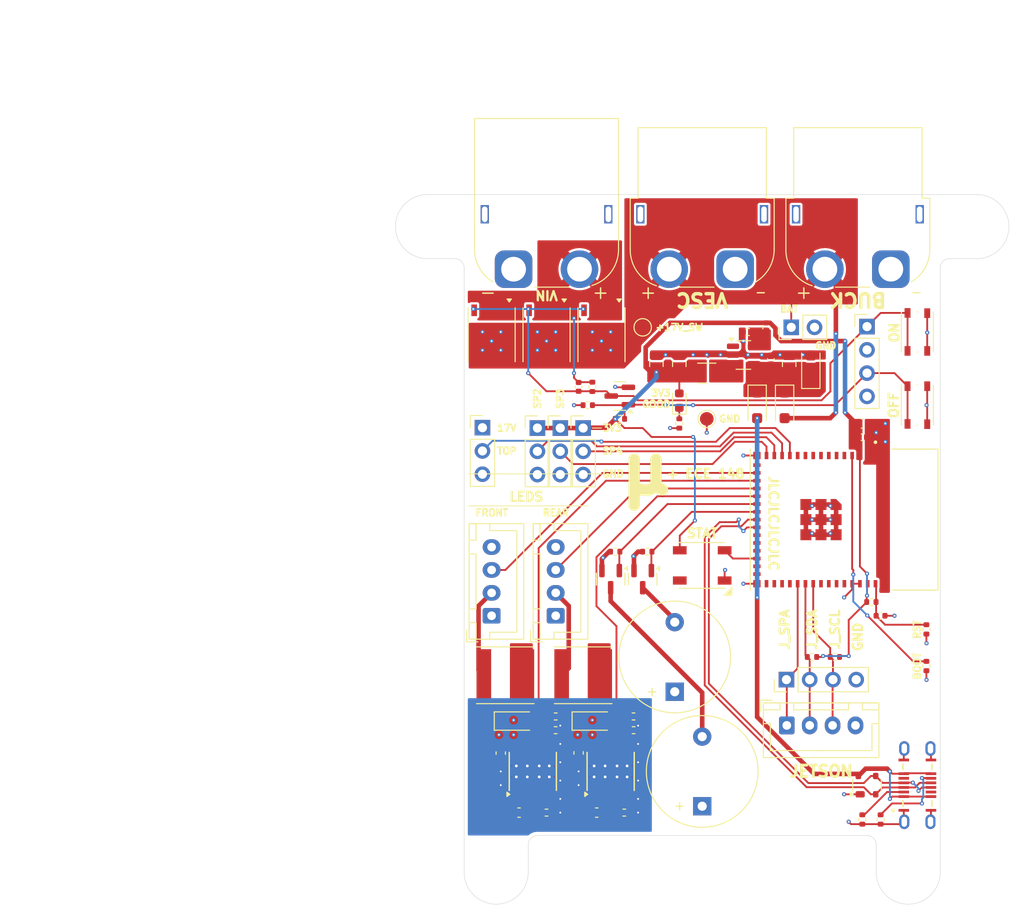
<source format=kicad_pcb>
(kicad_pcb (version 20240108) (generator "pcbnew") (generator_version "8.0")
  (layers (0 "F.Cu" signal) (1 "In1.Cu" signal) (2 "In2.Cu" signal) (31 "B.Cu" signal) (34 "B.Paste" user) (35 "F.Paste" user) (36 "B.SilkS" user "B.Silkscreen") (37 "F.SilkS" user "F.Silkscreen") (38 "B.Mask" user) (39 "F.Mask" user) (44 "Edge.Cuts" user))
  (net 0 "")
  (net 1 "unconnected-(Q8-D-Pad3)")
  (net 2 "GND")
  (net 3 "Net-(U1-EN)")
  (net 4 "+3V3")
  (net 5 "Net-(D1-K)")
  (net 6 "Net-(U7-VCC)")
  (net 7 "Net-(U8-VCC)")
  (net 8 "+5V")
  (net 9 "Net-(D3-A)")
  (net 10 "Net-(D4-A)")
  (net 11 "+17V")
  (net 12 "Net-(J3-Pin_2)")
  (net 13 "/ESP32/DN")
  (net 14 "/ESP32/DP")
  (net 15 "Net-(BZ1--)")
  (net 16 "+17V_SW")
  (net 17 "Net-(J12-Pin_2)")
  (net 18 "/ESP32/LED_SIG_REAR")
  (net 19 "Net-(U2-PH)")
  (net 20 "Net-(D7-K)")
  (net 21 "/ESP32/JETSON_I2C_SCL")
  (net 22 "/ESP32/SPARE4")
  (net 23 "/ESP32/SPARE3")
  (net 25 "/ESP32/SPARE2")
  (net 26 "Net-(U2-VSENSE)")
  (net 27 "Net-(U7-IADJ)")
  (net 28 "Net-(U7-FS)")
  (net 29 "Net-(U8-IADJ)")
  (net 30 "Net-(U8-FS)")
  (net 32 "/ESP32/LED_PWM_FRONT")
  (net 35 "/ESP32/LED_PWM_REAR")
  (net 36 "/ESP32/BUZZER2")
  (net 37 "/ESP32/ONBOARD_LED_SIG")
  (net 39 "/ESP32/BUZZER1")
  (net 49 "/ESP32/JETSON_I2C_SDA")
  (net 50 "Net-(J13-CC1)")
  (net 52 "Net-(J13-CC2)")
  (net 54 "/ESP32/JETSON_SPARE")
  (net 56 "/PWR & USB/PMOS_GATE")
  (net 59 "/ESP32/LED_SIG_FRONT")
  (net 60 "Net-(U1-IO0{slash}BOOT)")
  (net 62 "/PWR & USB/NMOS_GATE")
  (net 69 "/ESP32/LED TOP")
  (footprint "Buzzer_Beeper:Buzzer_12x9.5RM7.6" (layer "F.Cu") (at 126 116.8 90)
    (property "Reference" "BZ3" (hide yes))
    (property "Value" "Buzzer")
    (fp_text user "+" (at -0.01 -2.54 -90) (layer "F.SilkS"))
    (pad "1" thru_hole rect (at 0 0 90) (size 2 2) (drill 1) (layers "*.Cu" "*.Mask") (net 16 "+17V_SW"))
    (pad "2" thru_hole circle (at 7.6 0 90) (size 2 2) (drill 1) (layers "*.Cu" "*.Mask") (net 1 "unconnected-(Q8-D-Pad3)"))
  )
  (footprint "Connector_PinHeader_2.54mm:PinHeader_1x04_P2.54mm_Vertical" (layer "F.Cu") (at 135.2 102.975 90)
    (property "Reference" "J14" (hide yes))
    (property "Value" "Conn_01x04_Socket")
    (pad "1" thru_hole rect (at 0 0 90) (size 1.7 1.7) (drill 1) (layers "*.Cu" "*.Mask") (net 54 "/ESP32/JETSON_SPARE"))
    (pad "2" thru_hole oval (at 0 2.54 90) (size 1.7 1.7) (drill 1) (layers "*.Cu" "*.Mask") (net 49 "/ESP32/JETSON_I2C_SDA"))
    (pad "3" thru_hole oval (at 0 5.08 90) (size 1.7 1.7) (drill 1) (layers "*.Cu" "*.Mask") (net 21 "/ESP32/JETSON_I2C_SCL"))
    (pad "4" thru_hole oval (at 0 7.62 90) (size 1.7 1.7) (drill 1) (layers "*.Cu" "*.Mask") (net 2 "GND"))
  )
  (footprint "Resistor_SMD:R_0402_1005Metric" (layer "F.Cu") (at 113.5 73 180)
    (property "Reference" "R25" (hide yes))
    (property "Value" "1M")
    (pad "1" smd roundrect (at -0.51 0 180) (size 0.54 0.64) (layers "F.Cu" "F.Paste" "F.Mask") (net 62 "/PWR & USB/NMOS_GATE"))
    (pad "2" smd roundrect (at 0.51 0 180) (size 0.54 0.64) (layers "F.Cu" "F.Paste" "F.Mask") (net 2 "GND"))
  )
  (footprint "Resistor_SMD:R_0402_1005Metric" (layer "F.Cu") (at 117.01 74.5)
    (property "Reference" "R14" (hide yes))
    (property "Value" "10k")
    (pad "1" smd roundrect (at -0.51 0) (size 0.54 0.64) (layers "F.Cu" "F.Paste" "F.Mask") (net 4 "+3V3"))
    (pad "2" smd roundrect (at 0.51 0) (size 0.54 0.64) (layers "F.Cu" "F.Paste" "F.Mask") (net 62 "/PWR & USB/NMOS_GATE"))
  )
  (footprint "Capacitor_SMD:C_0805_2012Metric" (layer "F.Cu") (at 121 68.52 90)
    (property "Reference" "C6" (hide yes))
    (property "Value" "10u")
    (pad "1" smd roundrect (at -0.95 0 90) (size 1 1.45) (layers "F.Cu" "F.Paste" "F.Mask") (net 4 "+3V3"))
    (pad "2" smd roundrect (at 0.95 0 90) (size 1 1.45) (layers "F.Cu" "F.Paste" "F.Mask") (net 2 "GND"))
  )
  (footprint "MyFootprints:XCVR_ESP32-S3-MINI-1-N8" (layer "F.Cu") (at 138.975 85.5 -90)
    (property "Reference" "U1" (hide yes))
    (property "Value" "ESP32-S3-MINI-1-N8")
    (pad "1" smd rect (at -7 -5.95 270) (size 0.8 0.4) (layers "F.Cu" "F.Paste" "F.Mask") (net 2 "GND"))
    (pad "2" smd rect (at -7 -5.1 270) (size 0.8 0.4) (layers "F.Cu" "F.Paste" "F.Mask") (net 2 "GND"))
    (pad "3" smd rect (at -7 -4.25 270) (size 0.8 0.4) (layers "F.Cu" "F.Paste" "F.Mask") (net 4 "+3V3"))
    (pad "4" smd rect (at -7 -3.4 270) (size 0.8 0.4) (layers "F.Cu" "F.Paste" "F.Mask") (net 60 "Net-(U1-IO0{slash}BOOT)"))
    (pad "5" smd rect (at -7 -2.55 270) (size 0.8 0.4) (layers "F.Cu" "F.Paste" "F.Mask"))
    (pad "6" smd rect (at -7 -1.7 270) (size 0.8 0.4) (layers "F.Cu" "F.Paste" "F.Mask"))
    (pad "7" smd rect (at -7 -0.85 270) (size 0.8 0.4) (layers "F.Cu" "F.Paste" "F.Mask"))
    (pad "8" smd rect (at -7 0 270) (size 0.8 0.4) (layers "F.Cu" "F.Paste" "F.Mask"))
    (pad "9" smd rect (at -7 0.85 270) (size 0.8 0.4) (layers "F.Cu" "F.Paste" "F.Mask"))
    (pad "10" smd rect (at -7 1.7 270) (size 0.8 0.4) (layers "F.Cu" "F.Paste" "F.Mask"))
    (pad "11" smd rect (at -7 2.55 270) (size 0.8 0.4) (layers "F.Cu" "F.Paste" "F.Mask"))
    (pad "12" smd rect (at -7 3.4 270) (size 0.8 0.4) (layers "F.Cu" "F.Paste" "F.Mask") (net 69 "/ESP32/LED TOP"))
    (pad "13" smd rect (at -7 4.25 270) (size 0.8 0.4) (layers "F.Cu" "F.Paste" "F.Mask") (net 25 "/ESP32/SPARE2"))
    (pad "14" smd rect (at -7 5.1 270) (size 0.8 0.4) (layers "F.Cu" "F.Paste" "F.Mask") (net 22 "/ESP32/SPARE4"))
    (pad "15" smd rect (at -7 5.95 270) (size 0.8 0.4) (layers "F.Cu" "F.Paste" "F.Mask") (net 23 "/ESP32/SPARE3"))
    (pad "16" smd rect (at -5.95 7 270) (size 0.4 0.8) (layers "F.Cu" "F.Paste" "F.Mask"))
    (pad "17" smd rect (at -5.1 7 270) (size 0.4 0.8) (layers "F.Cu" "F.Paste" "F.Mask") (net 59 "/ESP32/LED_SIG_FRONT"))
    (pad "18" smd rect (at -4.25 7 270) (size 0.4 0.8) (layers "F.Cu" "F.Paste" "F.Mask") (net 32 "/ESP32/LED_PWM_FRONT"))
    (pad "19" smd rect (at -3.4 7 270) (size 0.4 0.8) (layers "F.Cu" "F.Paste" "F.Mask") (net 18 "/ESP32/LED_SIG_REAR"))
    (pad "20" smd rect (at -2.55 7 270) (size 0.4 0.8) (layers "F.Cu" "F.Paste" "F.Mask") (net 35 "/ESP32/LED_PWM_REAR"))
    (pad "21" smd rect (at -1.7 7 270) (size 0.4 0.8) (layers "F.Cu" "F.Paste" "F.Mask") (net 39 "/ESP32/BUZZER1"))
    (pad "22" smd rect (at -0.85 7 270) (size 0.4 0.8) (layers "F.Cu" "F.Paste" "F.Mask") (net 36 "/ESP32/BUZZER2"))
    (pad "23" smd rect (at 0 7 270) (size 0.4 0.8) (layers "F.Cu" "F.Paste" "F.Mask") (net 13 "/ESP32/DN"))
    (pad "24" smd rect (at 0.85 7 270) (size 0.4 0.8) (layers "F.Cu" "F.Paste" "F.Mask") (net 14 "/ESP32/DP"))
    (pad "25" smd rect (at 1.7 7 270) (size 0.4 0.8) (layers "F.Cu" "F.Paste" "F.Mask"))
    (pad "26" smd rect (at 2.55 7 270) (size 0.4 0.8) (layers "F.Cu" "F.Paste" "F.Mask"))
    (pad "27" smd rect (at 3.4 7 270) (size 0.4 0.8) (layers "F.Cu" "F.Paste" "F.Mask"))
    (pad "28" smd rect (at 4.25 7 270) (size 0.4 0.8) (layers "F.Cu" "F.Paste" "F.Mask") (net 37 "/ESP32/ONBOARD_LED_SIG"))
    (pad "29" smd rect (at 5.1 7 270) (size 0.4 0.8) (layers "F.Cu" "F.Paste" "F.Mask"))
    (pad "30" smd rect (at 5.95 7 270) (size 0.4 0.8) (layers "F.Cu" "F.Paste" "F.Mask"))
    (pad "31" smd rect (at 7 5.95 270) (size 0.8 0.4) (layers "F.Cu" "F.Paste" "F.Mask"))
    (pad "32" smd rect (at 7 5.1 270) (size 0.8 0.4) (layers "F.Cu" "F.Paste" "F.Mask"))
    (pad "33" smd rect (at 7 4.25 270) (size 0.8 0.4) (layers "F.Cu" "F.Paste" "F.Mask"))
    (pad "34" smd rect (at 7 3.4 270) (size 0.8 0.4) (layers "F.Cu" "F.Paste" "F.Mask"))
    (pad "35" smd rect (at 7 2.55 270) (size 0.8 0.4) (layers "F.Cu" "F.Paste" "F.Mask") (net 54 "/ESP32/JETSON_SPARE"))
    (pad "36" smd rect (at 7 1.7 270) (size 0.8 0.4) (layers "F.Cu" "F.Paste" "F.Mask") (net 49 "/ESP32/JETSON_I2C_SDA"))
    (pad "37" smd rect (at 7 0.85 270) (size 0.8 0.4) (layers "F.Cu" "F.Paste" "F.Mask") (net 21 "/ESP32/JETSON_I2C_SCL"))
    (pad "38" smd rect (at 7 0 270) (size 0.8 0.4) (layers "F.Cu" "F.Paste" "F.Mask"))
    (pad "39" smd rect (at 7 -0.85 270) (size 0.8 0.4) (layers "F.Cu" "F.Paste" "F.Mask"))
    (pad "40" smd rect (at 7 -1.7 270) (size 0.8 0.4) (layers "F.Cu" "F.Paste" "F.Mask"))
    (pad "41" smd rect (at 7 -2.55 270) (size 0.8 0.4) (layers "F.Cu" "F.Paste" "F.Mask"))
    (pad "42" smd rect (at 7 -3.4 270) (size 0.8 0.4) (layers "F.Cu" "F.Paste" "F.Mask") (net 2 "GND"))
    (pad "43" smd rect (at 7 -4.25 270) (size 0.8 0.4) (layers "F.Cu" "F.Paste" "F.Mask") (net 2 "GND"))
    (pad "44" smd rect (at 7 -5.1 270) (size 0.8 0.4) (layers "F.Cu" "F.Paste" "F.Mask"))
    (pad "45" smd rect (at 7 -5.95 270) (size 0.8 0.4) (layers "F.Cu" "F.Paste" "F.Mask") (net 3 "Net-(U1-EN)"))
    (pad "46" smd rect (at 5.95 -7 270) (size 0.4 0.8) (layers "F.Cu" "F.Paste" "F.Mask") (net 2 "GND"))
    (pad "47" smd rect (at 5.1 -7 270) (size 0.4 0.8) (layers "F.Cu" "F.Paste" "F.Mask") (net 2 "GND"))
    (pad "48" smd rect (at 4.25 -7 270) (size 0.4 0.8) (layers "F.Cu" "F.Paste" "F.Mask") (net 2 "GND"))
    (pad "49" smd rect (at 3.4 -7 270) (size 0.4 0.8) (layers "F.Cu" "F.Paste" "F.Mask") (net 2 "GND"))
    (pad "50" smd rect (at 2.55 -7 270) (size 0.4 0.8) (layers "F.Cu" "F.Paste" "F.Mask") (net 2 "GND"))
    (pad "51" smd rect (at 1.7 -7 270) (size 0.4 0.8) (layers "F.Cu" "F.Paste" "F.Mask") (net 2 "GND"))
    (pad "52" smd rect (at 0.85 -7 270) (size 0.4 0.8) (layers "F.Cu" "F.Paste" "F.Mask") (net 2 "GND"))
    (pad "53" smd rect (at 0 -7 270) (size 0.4 0.8) (layers "F.Cu" "F.Paste" "F.Mask") (net 2 "GND"))
    (pad "54" smd rect (at -0.85 -7 270) (size 0.4 0.8) (layers "F.Cu" "F.Paste" "F.Mask") (net 2 "GND"))
    (pad "55" smd rect (at -1.7 -7 270) (size 0.4 0.8) (layers "F.Cu" "F.Paste" "F.Mask") (net 2 "GND"))
    (pad "56" smd rect (at -2.55 -7 270) (size 0.4 0.8) (layers "F.Cu" "F.Paste" "F.Mask") (net 2 "GND"))
    (pad "57" smd rect (at -3.4 -7 270) (size 0.4 0.8) (layers "F.Cu" "F.Paste" "F.Mask") (net 2 "GND"))
    (pad "58" smd rect (at -4.25 -7 270) (size 0.4 0.8) (layers "F.Cu" "F.Paste" "F.Mask") (net 2 "GND"))
    (pad "59" smd rect (at -5.1 -7 270) (size 0.4 0.8) (layers "F.Cu" "F.Paste" "F.Mask") (net 2 "GND"))
    (pad "60" smd rect (at -5.95 -7 270) (size 0.4 0.8) (layers "F.Cu" "F.Paste" "F.Mask") (net 2 "GND"))
    (pad "61" smd rect (at 0 0 270) (size 1.2 1.2) (layers "F.Cu" "F.Paste" "F.Mask") (net 2 "GND"))
    (pad "61_1" smd custom (at -1.65 -1.65 270) (size 0.4 0.4) (layers "F.Cu") (net 2 "GND") (options (clearance outline) (anchor rect)) (primitives (gr_poly (pts (xy -0.6 0.6) (xy 0.6 0.6) (xy 0.6 -0.6) (xy 0 -0.6) (xy -0.6 0)) (width 0.01) (fill yes))))
    (pad "61_2" smd rect (at 0 -1.65 270) (size 1.2 1.2) (layers "F.Cu" "F.Paste" "F.Mask") (net 2 "GND"))
    (pad "61_3" smd rect (at 1.65 -1.65 270) (size 1.2 1.2) (layers "F.Cu" "F.Paste" "F.Mask") (net 2 "GND"))
    (pad "61_4" smd rect (at 1.65 0 270) (size 1.2 1.2) (layers "F.Cu" "F.Paste" "F.Mask") (net 2 "GND"))
    (pad "61_5" smd rect (at 1.65 1.65 270) (size 1.2 1.2) (layers "F.Cu" "F.Paste" "F.Mask") (net 2 "GND"))
    (pad "61_6" smd rect (at 0 1.65 270) (size 1.2 1.2) (layers "F.Cu" "F.Paste" "F.Mask") (net 2 "GND"))
    (pad "61_7" smd rect (at -1.65 1.65 270) (size 1.2 1.2) (layers "F.Cu" "F.Paste" "F.Mask") (net 2 "GND"))
    (pad "61_8" smd rect (at -1.65 0 270) (size 1.2 1.2) (layers "F.Cu" "F.Paste" "F.Mask") (net 2 "GND"))
    (pad "62" smd rect (at -7 -7 270) (size 0.8 0.8) (layers "F.Cu" "F.Paste" "F.Mask") (net 2 "GND"))
    (pad "63" smd rect (at -7 7 270) (size 0.8 0.8) (layers "F.Cu" "F.Paste" "F.Mask") (net 2 "GND"))
    (pad "64" smd rect (at 7 7 270) (size 0.8 0.8) (layers "F.Cu" "F.Paste" "F.Mask") (net 2 "GND"))
    (pad "65" smd rect (at 7 -7 270) (size 0.8 0.8) (layers "F.Cu" "F.Paste" "F.Mask") (net 2 "GND"))
    (zone (net 0) (net_name "") (layer "F.Cu") (connect_pads (clearance 0)) (min_thickness 0.01)
      (keepout (tracks not_allowed) (vias not_allowed) (pads not_allowed) (copperpour not_allowed) (footprints allowed))
      (fill (thermal_gap 0.508) (thermal_bridge_width 0.508))
      (polygon (pts (xy 151.75 77.8) (xy 151.75 93.2) (xy 146.7 93.2) (xy 146.7 77.8)))
    )
    (zone (net 0) (net_name "") (layer "B.Cu") (connect_pads (clearance 0)) (min_thickness 0.01)
      (keepout (tracks not_allowed) (vias not_allowed) (pads not_allowed) (copperpour not_allowed) (footprints allowed))
      (fill (thermal_gap 0.508) (thermal_bridge_width 0.508))
      (polygon (pts (xy 151.75 77.8) (xy 151.75 93.2) (xy 146.7 93.2) (xy 146.7 77.8)))
    )
  )
  (footprint "Resistor_SMD:R_0402_1005Metric" (layer "F.Cu") (at 150.485 101.49 90)
    (property "Reference" "R2" (hide yes))
    (property "Value" "DNP")
    (pad "1" smd roundrect (at -0.51 0 90) (size 0.54 0.64) (layers "F.Cu" "F.Paste" "F.Mask") (net 2 "GND"))
    (pad "2" smd roundrect (at 0.51 0 90) (size 0.54 0.64) (layers "F.Cu" "F.Paste" "F.Mask") (net 60 "Net-(U1-IO0{slash}BOOT)"))
  )
  (footprint "Connector_AMASS:AMASS_XT60PW-F_1x02_P7.20mm_Horizontal" (layer "F.Cu") (at 129.6 58.15)
    (property "Reference" "J1" (hide yes))
    (property "Value" "XT60PW-F")
    (fp_text user "+" (at -9.5 2.5 0) (layer "F.SilkS") (effects (font (size 1.5 1.5))))
    (fp_text user "-" (at 2.8 2.5 0) (layer "F.SilkS"))
    (pad "" thru_hole rect (at -10.35 -6) (size 0.9 2) (drill oval 0.6 1.7) (layers "*.Cu" "*.Mask"))
    (pad "" thru_hole rect (at 3.15 -6) (size 0.9 2) (drill oval 0.6 1.7) (layers "*.Cu" "*.Mask"))
    (pad "1" thru_hole roundrect (at 0 0) (size 4.1 4.1) (drill 2.7) (layers "*.Cu" "*.Mask") (net 2 "GND"))
    (pad "2" thru_hole circle (at -7.2 0) (size 4.1 4.1) (drill 2.7) (layers "*.Cu" "*.Mask") (net 16 "+17V_SW"))
  )
  (footprint "Resistor_SMD:R_0402_1005Metric" (layer "F.Cu") (at 131 65.02 180)
    (property "Reference" "R4" (hide yes))
    (property "Value" "20k")
    (pad "1" smd roundrect (at -0.51 0 180) (size 0.54 0.64) (layers "F.Cu" "F.Paste" "F.Mask") (net 26 "Net-(U2-VSENSE)"))
    (pad "2" smd roundrect (at 0.51 0 180) (size 0.54 0.64) (layers "F.Cu" "F.Paste" "F.Mask") (net 2 "GND"))
  )
  (footprint "MountingHole:MountingHole_3.2mm_M3" (layer "F.Cu") (at 148.5 124)
    (property "Reference" "H2" (hide yes))
    (property "Value" "MountingHole" (hide yes))
    (pad "" np_thru_hole circle (at 0 0) (size 3.2 3.2) (drill 3.2) (layers "*.Cu" "*.Mask"))
    (zone (net 0) (net_name "") (layers "F.Cu" "F.SilkS") (connect_pads (clearance 0)) (min_thickness 0.25)
      (keepout (tracks not_allowed) (vias not_allowed) (pads allowed) (copperpour not_allowed) (footprints allowed))
      (fill (thermal_gap 0.5) (thermal_bridge_width 0.5))
      (polygon (pts (xy 151.95 124) (xy 151.929776 123.626989) (xy 151.869341 123.258352) (xy 151.769403 122.89841) (xy 151.631135 122.551383) (xy 151.456157 122.221339) (xy 151.246521 121.912149) (xy 151.004684 121.627437) (xy 150.733483 121.370541) (xy 150.436095 121.144473) (xy 150.116009 120.951883) (xy 149.776977 120.79503) (xy 149.422973 120.675753) (xy 149.058148 120.595448) (xy 148.686779 120.55506) (xy 148.313221 120.55506) (xy 147.941852 120.595448) (xy 147.577027 120.675753) (xy 147.223023 120.79503) (xy 146.883991 120.951883) (xy 146.563905 121.144473) (xy 146.266517 121.370541) (xy 145.995316 121.627437) (xy 145.753479 121.912149) (xy 145.543843 122.221339) (xy 145.368865 122.551383) (xy 145.230597 122.89841) (xy 145.130659 123.258352) (xy 145.070224 123.626989) (xy 145.05 124) (xy 145.070224 124.373011) (xy 145.130659 124.741648) (xy 145.230597 125.10159) (xy 145.368865 125.448617) (xy 145.543843 125.778661) (xy 145.753479 126.087851) (xy 145.995316 126.372563) (xy 146.266517 126.629459) (xy 146.563905 126.855527) (xy 146.883991 127.048117) (xy 147.223023 127.20497) (xy 147.577027 127.324247) (xy 147.941852 127.404552) (xy 148.313221 127.44494) (xy 148.686779 127.44494) (xy 149.058148 127.404552) (xy 149.422973 127.324247) (xy 149.776977 127.20497) (xy 150.116009 127.048117) (xy 150.436095 126.855527) (xy 150.733483 126.629459) (xy 151.004684 126.372563) (xy 151.246521 126.087851) (xy 151.456157 125.778661) (xy 151.631135 125.448617) (xy 151.769403 125.10159) (xy 151.869341 124.741648) (xy 151.929776 124.373011)))
    )
  )
  (footprint "Package_TO_SOT_SMD:SOT-23" (layer "F.Cu") (at 117 72 180)
    (property "Reference" "Q9" (hide yes))
    (property "Value" "Q_NMOS_GSD")
    (pad "1" smd roundrect (at -0.9375 -0.95 180) (size 1.475 0.6) (layers "F.Cu" "F.Paste" "F.Mask") (net 62 "/PWR & USB/NMOS_GATE"))
    (pad "2" smd roundrect (at -0.9375 0.95 180) (size 1.475 0.6) (layers "F.Cu" "F.Paste" "F.Mask") (net 2 "GND"))
    (pad "3" smd roundrect (at 0.9375 0 180) (size 1.475 0.6) (layers "F.Cu" "F.Paste" "F.Mask") (net 56 "/PWR & USB/PMOS_GATE"))
  )
  (footprint "LED_SMD:LED_0603_1608Metric" (layer "F.Cu") (at 123.5 72.5 90)
    (property "Reference" "D7" (hide yes))
    (property "Value" "LED")
    (pad "1" smd roundrect (at -0.7875 0 90) (size 0.875 0.95) (layers "F.Cu" "F.Paste" "F.Mask") (net 20 "Net-(D7-K)"))
    (pad "2" smd roundrect (at 0.7875 0 90) (size 0.875 0.95) (layers "F.Cu" "F.Paste" "F.Mask") (net 4 "+3V3"))
  )
  (footprint "Package_TO_SOT_SMD:SOT-23-5" (layer "F.Cu") (at 130.5 67.52)
    (property "Reference" "U2" (hide yes))
    (property "Value" "~")
    (pad "1" smd roundrect (at -1.1375 -0.95) (size 1.325 0.6) (layers "F.Cu" "F.Paste" "F.Mask"))
    (pad "2" smd roundrect (at -1.1375 0) (size 1.325 0.6) (layers "F.Cu" "F.Paste" "F.Mask") (net 2 "GND"))
    (pad "3" smd roundrect (at -1.1375 0.95) (size 1.325 0.6) (layers "F.Cu" "F.Paste" "F.Mask") (net 19 "Net-(U2-PH)"))
    (pad "4" smd roundrect (at 1.1375 0.95) (size 1.325 0.6) (layers "F.Cu" "F.Paste" "F.Mask") (net 5 "Net-(D1-K)"))
    (pad "5" smd roundrect (at 1.1375 -0.95) (size 1.325 0.6) (layers "F.Cu" "F.Paste" "F.Mask") (net 26 "Net-(U2-VSENSE)"))
  )
  (footprint "Capacitor_SMD:C_0402_1005Metric" (layer "F.Cu") (at 143.475 76.5)
    (property "Reference" "C3" (hide yes))
    (property "Value" "0.1u")
    (pad "1" smd roundrect (at -0.48 0) (size 0.56 0.62) (layers "F.Cu" "F.Paste" "F.Mask") (net 4 "+3V3"))
    (pad "2" smd roundrect (at 0.48 0) (size 0.56 0.62) (layers "F.Cu" "F.Paste" "F.Mask") (net 2 "GND"))
  )
  (footprint "Resistor_SMD:R_0402_1005Metric" (layer "F.Cu") (at 118.51 108.5 180)
    (property "Reference" "R19" (hide yes))
    (property "Value" "33.2k")
    (pad "1" smd roundrect (at -0.51 0 180) (size 0.54 0.64) (layers "F.Cu" "F.Paste" "F.Mask") (net 2 "GND"))
    (pad "2" smd roundrect (at 0.51 0 180) (size 0.54 0.64) (layers "F.Cu" "F.Paste" "F.Mask") (net 30 "Net-(U8-FS)"))
  )
  (footprint "Resistor_SMD:R_0402_1005Metric" (layer "F.Cu") (at 109.99 108.5 180)
    (property "Reference" "R17" (hide yes))
    (property "Value" "33.2k")
    (pad "1" smd roundrect (at -0.51 0 180) (size 0.54 0.64) (layers "F.Cu" "F.Paste" "F.Mask") (net 2 "GND"))
    (pad "2" smd roundrect (at 0.51 0 180) (size 0.54 0.64) (layers "F.Cu" "F.Paste" "F.Mask") (net 28 "Net-(U7-FS)"))
  )
  (footprint "Capacitor_SMD:C_0603_1608Metric" (layer "F.Cu") (at 112.5 110.98 -90)
    (property "Reference" "C14" (hide yes))
    (property "Value" "2.2u")
    (pad "1" smd roundrect (at -0.775 0 270) (size 0.9 0.95) (layers "F.Cu" "F.Paste" "F.Mask") (net 16 "+17V_SW"))
    (pad "2" smd roundrect (at 0.775 0 270) (size 0.9 0.95) (layers "F.Cu" "F.Paste" "F.Mask") (net 2 "GND"))
  )
  (footprint "Capacitor_SMD:C_0603_1608Metric" (layer "F.Cu") (at 106 117.5)
    (property "Reference" "C11" (hide yes))
    (property "Value" "22uF")
    (pad "1" smd roundrect (at -0.775 0) (size 0.9 0.95) (layers "F.Cu" "F.Paste" "F.Mask") (net 6 "Net-(U7-VCC)"))
    (pad "2" smd roundrect (at 0.775 0) (size 0.9 0.95) (layers "F.Cu" "F.Paste" "F.Mask") (net 2 "GND"))
  )
  (footprint "Resistor_SMD:R_0402_1005Metric" (layer "F.Cu") (at 114 71 -90)
    (property "Reference" "R26" (hide yes))
    (property "Value" "100k")
    (pad "1" smd roundrect (at -0.51 0 270) (size 0.54 0.64) (layers "F.Cu" "F.Paste" "F.Mask") (net 11 "+17V"))
    (pad "2" smd roundrect (at 0.51 0 270) (size 0.54 0.64) (layers "F.Cu" "F.Paste" "F.Mask") (net 56 "/PWR & USB/PMOS_GATE"))
  )
  (footprint "Inductor_SMD:L_Taiyo-Yuden_NR-60xx" (layer "F.Cu") (at 113 102.5)
    (property "Reference" "L3" (hide yes))
    (property "Value" "100u")
    (pad "1" smd rect (at -2.35 0) (size 1.6 5.7) (layers "F.Cu" "F.Paste" "F.Mask") (net 17 "Net-(J12-Pin_2)"))
    (pad "2" smd rect (at 2.35 0) (size 1.6 5.7) (layers "F.Cu" "F.Paste" "F.Mask") (net 10 "Net-(D4-A)"))
  )
  (footprint "Capacitor_SMD:C_0402_1005Metric" (layer "F.Cu") (at 133.5 68.02 90)
    (property "Reference" "C5" (hide yes))
    (property "Value" "0.1u")
    (pad "1" smd roundrect (at -0.48 0 90) (size 0.56 0.62) (layers "F.Cu" "F.Paste" "F.Mask") (net 5 "Net-(D1-K)"))
    (pad "2" smd roundrect (at 0.48 0 90) (size 0.56 0.62) (layers "F.Cu" "F.Paste" "F.Mask") (net 2 "GND"))
  )
  (footprint "Capacitor_SMD:C_0402_1005Metric" (layer "F.Cu") (at 145.475 96)
    (property "Reference" "C1" (hide yes))
    (property "Value" "1u")
    (pad "1" smd roundrect (at -0.48 0) (size 0.56 0.62) (layers "F.Cu" "F.Paste" "F.Mask") (net 3 "Net-(U1-EN)"))
    (pad "2" smd roundrect (at 0.48 0) (size 0.56 0.62) (layers "F.Cu" "F.Paste" "F.Mask") (net 2 "GND"))
  )
  (footprint "Connector_AMASS:AMASS_XT60PW-M_1x02_P7.20mm_Horizontal" (layer "F.Cu") (at 105.4 58.15)
    (property "Reference" "J4" (hide yes))
    (property "Value" "XT60PW-M")
    (fp_text user "+" (at 9.5 2.5 0) (layer "F.SilkS") (effects (font (size 1.5 1.5))))
    (fp_text user "-" (at -2.8 2.5 0) (layer "F.SilkS") (effects (font (size 1.5 1.5))))
    (pad "" thru_hole rect (at -3.15 -6) (size 0.9 2) (drill oval 0.6 1.7) (layers "*.Cu" "*.Mask"))
    (pad "" thru_hole rect (at 10.35 -6) (size 0.9 2) (drill oval 0.6 1.7) (layers "*.Cu" "*.Mask"))
    (pad "1" thru_hole roundrect (at 0 0) (size 4.1 4.1) (drill 2.7) (layers "*.Cu" "*.Mask") (net 2 "GND"))
    (pad "2" thru_hole circle (at 7.2 0) (size 4.1 4.1) (drill 2.7) (layers "*.Cu" "*.Mask") (net 11 "+17V"))
  )
  (footprint "Diode_SMD:D_SOD-123F" (layer "F.Cu") (at 132 73.02 -90)
    (property "Reference" "D2" (hide yes))
    (property "Value" "D")
    (pad "1" smd roundrect (at -1.4 0 270) (size 1.1 1.1) (layers "F.Cu" "F.Paste" "F.Mask") (roundrect_rratio 0.2272727273) (net 5 "Net-(D1-K)"))
    (pad "2" smd roundrect (at 1.4 0 270) (size 1.1 1.1) (layers "F.Cu" "F.Paste" "F.Mask") (roundrect_rratio 0.2272727273) (net 8 "+5V"))
  )
  (footprint "Connector_PinHeader_2.54mm:PinHeader_1x03_P2.54mm_Vertical" (layer "F.Cu") (at 110.5 75.5)
    (property "Reference" "J11" (hide yes))
    (property "Value" "Conn_01x03_Pin")
    (pad "1" thru_hole rect (at 0 0) (size 1.7 1.7) (drill 1) (layers "*.Cu" "*.Mask") (net 4 "+3V3"))
    (pad "2" thru_hole oval (at 0 2.54) (size 1.7 1.7) (drill 1) (layers "*.Cu" "*.Mask") (net 23 "/ESP32/SPARE3"))
    (pad "3" thru_hole oval (at 0 5.08) (size 1.7 1.7) (drill 1) (layers "*.Cu" "*.Mask") (net 2 "GND"))
  )
  (footprint "Connector_PinHeader_2.54mm:PinHeader_1x03_P2.54mm_Vertical" (layer "F.Cu") (at 108 75.5)
    (property "Reference" "J10" (hide yes))
    (property "Value" "Conn_01x03_Pin")
    (pad "1" thru_hole rect (at 0 0) (size 1.7 1.7) (drill 1) (layers "*.Cu" "*.Mask") (net 4 "+3V3"))
    (pad "2" thru_hole oval (at 0 2.54) (size 1.7 1.7) (drill 1) (layers "*.Cu" "*.Mask") (net 25 "/ESP32/SPARE2"))
    (pad "3" thru_hole oval (at 0 5.08) (size 1.7 1.7) (drill 1) (layers "*.Cu" "*.Mask") (net 2 "GND"))
  )
  (footprint "MountingHole:MountingHole_3.2mm_M3" (layer "F.Cu") (at 96 53.5)
    (property "Reference" "H4" (hide yes))
    (property "Value" "MountingHole")
    (pad "" np_thru_hole circle (at 0 0) (size 3.2 3.2) (drill 3.2) (layers "*.Cu" "*.Mask"))
    (zone (net 0) (net_name "") (layers "F.Cu" "F.SilkS") (connect_pads (clearance 0)) (min_thickness 0.25)
      (keepout (tracks not_allowed) (vias not_allowed) (pads allowed) (copperpour not_allowed) (footprints allowed))
      (fill (thermal_gap 0.5) (thermal_bridge_width 0.5))
      (polygon (pts (xy 99.45 53.5) (xy 99.429776 53.126989) (xy 99.369341 52.758352) (xy 99.269403 52.39841) (xy 99.131135 52.051383) (xy 98.956157 51.721339) (xy 98.746521 51.412149) (xy 98.504684 51.127437) (xy 98.233483 50.870541) (xy 97.936095 50.644473) (xy 97.616009 50.451883) (xy 97.276977 50.29503) (xy 96.922973 50.175753) (xy 96.558148 50.095448) (xy 96.186779 50.05506) (xy 95.813221 50.05506) (xy 95.441852 50.095448) (xy 95.077027 50.175753) (xy 94.723023 50.29503) (xy 94.383991 50.451883) (xy 94.063905 50.644473) (xy 93.766517 50.870541) (xy 93.495316 51.127437) (xy 93.253479 51.412149) (xy 93.043843 51.721339) (xy 92.868865 52.051383) (xy 92.730597 52.39841) (xy 92.630659 52.758352) (xy 92.570224 53.126989) (xy 92.55 53.5) (xy 92.570224 53.873011) (xy 92.630659 54.241648) (xy 92.730597 54.60159) (xy 92.868865 54.948617) (xy 93.043843 55.278661) (xy 93.253479 55.587851) (xy 93.495316 55.872563) (xy 93.766517 56.129459) (xy 94.063905 56.355527) (xy 94.383991 56.548117) (xy 94.723023 56.70497) (xy 95.077027 56.824247) (xy 95.441852 56.904552) (xy 95.813221 56.94494) (xy 96.186779 56.94494) (xy 96.558148 56.904552) (xy 96.922973 56.824247) (xy 97.276977 56.70497) (xy 97.616009 56.548117) (xy 97.936095 56.355527) (xy 98.233483 56.129459) (xy 98.504684 55.872563) (xy 98.746521 55.587851) (xy 98.956157 55.278661) (xy 99.131135 54.948617) (xy 99.269403 54.60159) (xy 99.369341 54.241648) (xy 99.429776 53.873011)))
    )
  )
  (footprint "Package_SO:PowerPAK_SO-8_Single" (layer "F.Cu") (at 103 65.31 -90)
    (property "Reference" "Q10" (hide yes))
    (property "Value" "PMOS")
    (pad "1" smd rect (at -2.67 -1.905 270) (size 1.27 0.61) (layers "F.Cu" "F.Paste" "F.Mask") (net 11 "+17V"))
    (pad "2" smd rect (at -2.67 -0.635 270) (size 1.27 0.61) (layers "F.Cu" "F.Paste" "F.Mask") (net 11 "+17V"))
    (pad "3" smd rect (at -2.67 0.635 270) (size 1.27 0.61) (layers "F.Cu" "F.Paste" "F.Mask") (net 11 "+17V"))
    (pad "4" smd rect (at -2.67 1.905 270) (size 1.27 0.61) (layers "F.Cu" "F.Paste" "F.Mask") (net 56 "/PWR & USB/PMOS_GATE"))
    (pad "5" smd rect (at 0.69 0 270) (size 3.81 3.91) (layers "F.Cu" "F.Paste" "F.Mask") (net 16 "+17V_SW"))
    (pad "5" smd rect (at 2.795 -1.905 270) (size 1.02 0.61) (layers "F.Cu" "F.Paste" "F.Mask") (net 16 "+17V_SW"))
    (pad "5" smd rect (at 2.795 -0.635 270) (size 1.02 0.61) (layers "F.Cu" "F.Paste" "F.Mask") (net 16 "+17V_SW"))
    (pad "5" smd rect (at 2.795 0.635 270) (size 1.02 0.61) (layers "F.Cu" "F.Paste" "F.Mask") (net 16 "+17V_SW"))
    (pad "5" smd rect (at 2.795 1.905 270) (size 1.02 0.61) (layers "F.Cu" "F.Paste" "F.Mask") (net 16 "+17V_SW"))
  )
  (footprint "MyFootprints:GCT_USB4145-03-0170-C_REVA2" (layer "F.Cu") (at 149.5 114.5 90)
    (property "Reference" "J13" (hide yes))
    (property "Value" "USB4145-03-0170-C_REVA2")
    (fp_line (start 3.85 -0.355) (end 4.15 -0.355) (stroke (width 0.01)) (layer "Edge.Cuts"))
    (fp_line (start 4.15 0.355) (end 3.85 0.355) (stroke (width 0.01)) (layer "Edge.Cuts"))
    (fp_arc (start 4.15 -0.355) (mid 4.401023 -0.251023) (end 4.505 0) (stroke (width 0.01)) (layer "Edge.Cuts"))
    (fp_arc (start 4.505 0) (mid 4.401023 0.251023) (end 4.15 0.355) (stroke (width 0.01)) (layer "Edge.Cuts"))
    (fp_arc (start 3.495 0) (mid 3.598977 -0.251023) (end 3.85 -0.355) (stroke (width 0.01)) (layer "Edge.Cuts"))
    (fp_arc (start 3.85 0.355) (mid 3.598977 0.251023) (end 3.495 0) (stroke (width 0.01)) (layer "Edge.Cuts"))
    (pad "" np_thru_hole circle (at -4 0 90) (size 0.71 0.71) (drill 0.71) (layers "*.Cu" "*.Mask"))
    (pad "" np_thru_hole circle (at 4 0 90) (size 0.71 0.71) (drill 0.71) (layers "*.Cu" "*.Mask"))
    (pad "A1" smd rect (at -2.75 -1.485 90) (size 0.3 1.15) (layers "F.Cu" "F.Paste" "F.Mask") (net 2 "GND"))
    (pad "A4" smd rect (at -1.25 -1.485 90) (size 0.3 1.15) (layers "F.Cu" "F.Paste" "F.Mask") (net 8 "+5V"))
    (pad "A5" smd rect (at -0.75 -1.485 90) (size 0.3 1.15) (layers "F.Cu" "F.Paste" "F.Mask") (net 50 "Net-(J13-CC1)"))
    (pad "A6" smd rect (at -0.25 -1.485 90) (size 0.3 1.15) (layers "F.Cu" "F.Paste" "F.Mask") (net 14 "/ESP32/DP"))
    (pad "A7" smd rect (at 0.25 -1.485 90) (size 0.3 1.15) (layers "F.Cu" "F.Paste" "F.Mask") (net 13 "/ESP32/DN"))
    (pad "A8" smd rect (at 0.75 -1.485 90) (size 0.3 1.15) (layers "F.Cu" "F.Paste" "F.Mask"))
    (pad "A9" smd rect (at 1.25 -1.485 90) (size 0.3 1.15) (layers "F.Cu" "F.Paste" "F.Mask") (net 8 "+5V"))
    (pad "A12" smd rect (at 2.75 -1.485 90) (size 0.3 1.15) (layers "F.Cu" "F.Paste" "F.Mask") (net 2 "GND"))
    (pad "B1" smd rect (at 2.75 1.485 90) (size 0.3 1.15) (layers "F.Cu" "F.Paste" "F.Mask") (net 2 "GND"))
    (pad "B4" smd rect (at 1.25 1.485 90) (size 0.3 1.15) (layers "F.Cu" "F.Paste" "F.Mask") (net 8 "+5V"))
    (pad "B5" smd rect (at 0.75 1.485 90) (size 0.3 1.15) (layers "F.Cu" "F.Paste" "F.Mask") (net 52 "Net-(J13-CC2)"))
    (pad "B6" smd rect (at 0.25 1.485 90) (size 0.3 1.15) (layers "F.Cu" "F.Paste" "F.Mask") (net 14 "/ESP32/DP"))
    (pad "B7" smd rect (at -0.25 1.485 90) (size 0.3 1.15) (layers "F.Cu" "F.Paste" "F.Mask") (net 13 "/ESP32/DN"))
    (pad "B8" smd rect (at -0.75 1.485 90) (size 0.3 1.15) (layers "F.Cu" "F.Paste" "F.Mask"))
    (pad "B9" smd rect (at -1.25 1.485 90) (size 0.3 1.15) (layers "F.Cu" "F.Paste" "F.Mask") (net 8 "+5V"))
    (pad "B12" smd rect (at -2.75 1.485 90) (size 0.3 1.15) (layers "F.Cu" "F.Paste" "F.Mask") (net 2 "GND"))
    (pad "S1" thru_hole oval (at -4 -1.43 90) (size 1.6 1.1) (drill oval 1.1 0.6) (layers "*.Cu" "*.Mask") (net 2 "GND"))
    (pad "S2" thru_hole oval (at 4 -1.43 90) (size 1.6 1.1) (drill oval 1.1 0.6) (layers "*.Cu" "*.Mask") (net 2 "GND"))
    (pad "S3" thru_hole oval (at -4 1.43 90) (size 1.6 1.1) (drill oval 1.1 0.6) (layers "*.Cu" "*.Mask") (net 2 "GND"))
    (pad "S4" thru_hole oval (at 4 1.43 90) (size 1.6 1.1) (drill oval 1.1 0.6) (layers "*.Cu" "*.Mask") (net 2 "GND"))
  )
  (footprint "Resistor_SMD:R_0402_1005Metric" (layer "F.Cu") (at 140.49 100.5 180)
    (property "Reference" "R13" (hide yes))
    (property "Value" "5.1k")
    (pad "1" smd roundrect (at -0.51 0 180) (size 0.54 0.64) (layers "F.Cu" "F.Paste" "F.Mask") (net 4 "+3V3"))
    (pad "2" smd roundrect (at 0.51 0 180) (size 0.54 0.64) (layers "F.Cu" "F.Paste" "F.Mask") (net 21 "/ESP32/JETSON_I2C_SCL"))
  )
  (footprint "Resistor_SMD:R_0402_1005Metric" (layer "F.Cu") (at 120 89 180)
    (property "Reference" "R8" (hide yes))
    (property "Value" "10k")
    (pad "1" smd roundrect (at -0.51 0 180) (size 0.54 0.64) (layers "F.Cu" "F.Paste" "F.Mask") (net 36 "/ESP32/BUZZER2"))
    (pad "2" smd roundrect (at 0.51 0 180) (size 0.54 0.64) (layers "F.Cu" "F.Paste" "F.Mask") (net 2 "GND"))
  )
  (footprint "MountingHole:MountingHole_3.2mm_M3" (layer "F.Cu") (at 156 53.5)
    (property "Reference" "H3" (hide yes))
    (property "Value" "MountingHole")
    (pad "" np_thru_hole circle (at 0 0) (size 3.2 3.2) (drill 3.2) (layers "*.Cu" "*.Mask"))
    (zone (net 0) (net_name "") (layers "F.Cu" "F.SilkS") (connect_pads (clearance 0)) (min_thickness 0.25)
      (keepout (tracks not_allowed) (vias not_allowed) (pads allowed) (copperpour not_allowed) (footprints allowed))
      (fill (thermal_gap 0.5) (thermal_bridge_width 0.5))
      (polygon (pts (xy 159.45 53.5) (xy 159.429776 53.126989) (xy 159.369341 52.758352) (xy 159.269403 52.39841) (xy 159.131135 52.051383) (xy 158.956157 51.721339) (xy 158.746521 51.412149) (xy 158.504684 51.127437) (xy 158.233483 50.870541) (xy 157.936095 50.644473) (xy 157.616009 50.451883) (xy 157.276977 50.29503) (xy 156.922973 50.175753) (xy 156.558148 50.095448) (xy 156.186779 50.05506) (xy 155.813221 50.05506) (xy 155.441852 50.095448) (xy 155.077027 50.175753) (xy 154.723023 50.29503) (xy 154.383991 50.451883) (xy 154.063905 50.644473) (xy 153.766517 50.870541) (xy 153.495316 51.127437) (xy 153.253479 51.412149) (xy 153.043843 51.721339) (xy 152.868865 52.051383) (xy 152.730597 52.39841) (xy 152.630659 52.758352) (xy 152.570224 53.126989) (xy 152.55 53.5) (xy 152.570224 53.873011) (xy 152.630659 54.241648) (xy 152.730597 54.60159) (xy 152.868865 54.948617) (xy 153.043843 55.278661) (xy 153.253479 55.587851) (xy 153.495316 55.872563) (xy 153.766517 56.129459) (xy 154.063905 56.355527) (xy 154.383991 56.548117) (xy 154.723023 56.70497) (xy 155.077027 56.824247) (xy 155.441852 56.904552) (xy 155.813221 56.94494) (xy 156.186779 56.94494) (xy 156.558148 56.904552) (xy 156.922973 56.824247) (xy 157.276977 56.70497) (xy 157.616009 56.548117) (xy 157.936095 56.355527) (xy 158.233483 56.129459) (xy 158.504684 55.872563) (xy 158.746521 55.587851) (xy 158.956157 55.278661) (xy 159.131135 54.948617) (xy 159.269403 54.60159) (xy 159.369341 54.241648) (xy 159.429776 53.873011)))
    )
  )
  (footprint "Connector_PinHeader_2.54mm:PinHeader_1x03_P2.54mm_Vertical" (layer "F.Cu") (at 113 75.5)
    (property "Reference" "J8" (hide yes))
    (property "Value" "Conn_01x03_Pin")
    (pad "1" thru_hole rect (at 0 0) (size 1.7 1.7) (drill 1) (layers "*.Cu" "*.Mask") (net 4 "+3V3"))
    (pad "2" thru_hole oval (at 0 2.54) (size 1.7 1.7) (drill 1) (layers "*.Cu" "*.Mask") (net 22 "/ESP32/SPARE4"))
    (pad "3" thru_hole oval (at 0 5.08) (size 1.7 1.7) (drill 1) (layers "*.Cu" "*.Mask") (net 2 "GND"))
  )
  (footprint "MyFootprints:LED_WS2812B-B" (layer "F.Cu") (at 126 90.5)
    (property "Reference" "U3" (hide yes))
    (property "Value" "WS2812B-B")
    (pad "1" smd rect (at -2.45 -1.65) (size 1.5 0.9) (layers "F.Cu" "F.Paste" "F.Mask") (net 4 "+3V3"))
    (pad "2" smd rect (at -2.45 1.65) (size 1.5 0.9) (layers "F.Cu" "F.Paste" "F.Mask"))
    (pad "3" smd rect (at 2.45 1.65 180) (size 1.5 0.9) (layers "F.Cu" "F.Paste" "F.Mask") (net 2 "GND"))
    (pad "4" smd rect (at 2.45 -1.65 180) (size 1.5 0.9) (layers "F.Cu" "F.Paste" "F.Mask") (net 37 "/ESP32/ONBOARD_LED_SIG"))
  )
  (footprint "Capacitor_SMD:C_0603_1608Metric" (layer "F.Cu") (at 114.48 117.5)
    (property "Reference" "C13" (hide yes))
    (property "Value" "22uF")
    (pad "1" smd roundrect (at -0.775 0) (size 0.9 0.95) (layers "F.Cu" "F.Paste" "F.Mask") (net 7 "Net-(U8-VCC)"))
    (pad "2" smd roundrect (at 0.775 0) (size 0.9 0.95) (layers "F.Cu" "F.Paste" "F.Mask") (net 2 "GND"))
  )
  (footprint "Package_TO_SOT_SMD:SOT-143" (layer "F.Cu") (at 144 114.5 90)
    (property "Reference" "D5" (hide yes))
    (property "Value" "SP0503BAHTG")
    (pad "1" smd roundrect (at -1 -0.75 90) (size 0.7 1) (layers "F.Cu" "F.Paste" "F.Mask") (net 2 "GND"))
    (pad "2" smd roundrect (at -1 0.95 90) (size 0.7 0.6) (layers "F.Cu" "F.Paste" "F.Mask") (net 14 "/ESP32/DP"))
    (pad "3" smd roundrect (at 1 0.95 90) (size 0.7 0.6) (layers "F.Cu" "F.Paste" "F.Mask") (net 13 "/ESP32/DN"))
    (pad "4" smd roundrect (at 1 -0.95 90) (size 0.7 0.6) (layers "F.Cu" "F.Paste" "F.Mask") (net 8 "+5V"))
  )
  (footprint "Connector_PinHeader_2.54mm:PinHeader_1x04_P2.54mm_Vertical" (layer "F.Cu") (at 144 64.42)
    (property "Reference" "J5" (hide yes))
    (property "Value" "Conn_01x04_Socket")
    (pad "1" thru_hole rect (at 0 0) (size 1.7 1.7) (drill 1) (layers "*.Cu" "*.Mask") (net 56 "/PWR & USB/PMOS_GATE"))
    (pad "2" thru_hole oval (at 0 2.54) (size 1.7 1.7) (drill 1) (layers "*.Cu" "*.Mask") (net 2 "GND"))
    (pad "3" thru_hole oval (at 0 5.08) (size 1.7 1.7) (drill 1) (layers "*.Cu" "*.Mask") (net 62 "/PWR & USB/NMOS_GATE"))
    (pad "4" thru_hole oval (at 0 7.62) (size 1.7 1.7) (drill 1) (layers "*.Cu" "*.Mask") (net 2 "GND"))
  )
  (footprint "Connector_JST:JST_XH_B4B-XH-A_1x04_P2.50mm_Vertical" (layer "F.Cu") (at 135.24 107.975)
    (property "Reference" "J6" (hide yes))
    (property "Value" "Conn_01x04_Socket")
    (pad "1" thru_hole roundrect (at 0 0) (size 1.7 1.95) (drill 0.95) (layers "*.Cu" "*.Mask") (roundrect_rratio 0.147059) (net 54 "/ESP32/JETSON_SPARE"))
    (pad "2" thru_hole oval (at 2.5 0) (size 1.7 1.95) (drill 0.95) (layers "*.Cu" "*.Mask") (net 49 "/ESP32/JETSON_I2C_SDA"))
    (pad "3" thru_hole oval (at 5 0) (size 1.7 1.95) (drill 0.95) (layers "*.Cu" "*.Mask") (net 21 "/ESP32/JETSON_I2C_SCL"))
    (pad "4" thru_hole oval (at 7.5 0) (size 1.7 1.95) (drill 0.95) (layers "*.Cu" "*.Mask") (net 2 "GND"))
  )
  (footprint "Button_Switch_SMD:SW_Push_1P1T_NO_Vertical_Wuerth_434133025816" (layer "F.Cu") (at 149.5 65 90)
    (property "Reference" "SW2" (hide yes))
    (property "Value" "ON")
    (pad "1" smd rect (at -2.075 -1.075 90) (size 1.05 0.65) (layers "F.Cu" "F.Paste" "F.Mask") (net 56 "/PWR & USB/PMOS_GATE"))
    (pad "1" smd rect (at 2.075 -1.075 90) (size 1.05 0.65) (layers "F.Cu" "F.Paste" "F.Mask") (net 56 "/PWR & USB/PMOS_GATE"))
    (pad "2" smd rect (at -2.075 1.075 90) (size 1.05 0.65) (layers "F.Cu" "F.Paste" "F.Mask") (net 2 "GND"))
    (pad "2" smd rect (at 2.05 1.075 90) (size 1.05 0.65) (layers "F.Cu" "F.Paste" "F.Mask") (net 2 "GND"))
  )
  (footprint "Capacitor_SMD:C_0805_2012Metric" (layer "F.Cu") (at 123.5 68.52 90)
    (property "Reference" "C7" (hide yes))
    (property "Value" "10u")
    (pad "1" smd roundrect (at -0.95 0 90) (size 1 1.45) (layers "F.Cu" "F.Paste" "F.Mask") (net 4 "+3V3"))
    (pad "2" smd roundrect (at 0.95 0 90) (size 1 1.45) (layers "F.Cu" "F.Paste" "F.Mask") (net 2 "GND"))
  )
  (footprint "Package_TO_SOT_SMD:SOT-23" (layer "F.Cu") (at 116 92 -90)
    (property "Reference" "Q8" (hide yes))
    (property "Value" "Q_NMOS_GSD")
    (pad "1" smd roundrect (at -0.9375 -0.95 270) (size 1.475 0.6) (layers "F.Cu" "F.Paste" "F.Mask") (net 39 "/ESP32/BUZZER1"))
    (pad "2" smd roundrect (at -0.9375 0.95 270) (size 1.475 0.6) (layers "F.Cu" "F.Paste" "F.Mask") (net 2 "GND"))
    (pad "3" smd roundrect (at 0.9375 0 270) (size 1.475 0.6) (layers "F.Cu" "F.Paste" "F.Mask") (net 1 "unconnected-(Q8-D-Pad3)"))
  )
  (footprint "Diode_SMD:D_SOD-123F" (layer "F.Cu") (at 135 73.02 -90)
    (property "Reference" "D1" (hide yes))
    (property "Value" "D")
    (pad "1" smd roundrect (at -1.4 0 270) (size 1.1 1.1) (layers "F.Cu" "F.Paste" "F.Mask") (roundrect_rratio 0.2272727273) (net 5 "Net-(D1-K)"))
    (pad "2" smd roundrect (at 1.4 0 270) (size 1.1 1.1) (layers "F.Cu" "F.Paste" "F.Mask") (roundrect_rratio 0.2272727273) (net 16 "+17V_SW"))
  )
  (footprint "Connector_AMASS:AMASS_XT60PW-F_1x02_P7.20mm_Horizontal" (layer "F.Cu") (at 146.6 58.15)
    (property "Reference" "J7" (hide yes))
    (property "Value" "XT60PW-F")
    (fp_text user "+" (at -9.5 2.5 0) (layer "F.SilkS") (effects (font (size 1.5 1.5))))
    (fp_text user "-" (at 2.8 2.5 0) (layer "F.SilkS"))
    (pad "" thru_hole rect (at -10.35 -6) (size 0.9 2) (drill oval 0.6 1.7) (layers "*.Cu" "*.Mask"))
    (pad "" thru_hole rect (at 3.15 -6) (size 0.9 2) (drill oval 0.6 1.7) (layers "*.Cu" "*.Mask"))
    (pad "1" thru_hole roundrect (at 0 0) (size 4.1 4.1) (drill 2.7) (layers "*.Cu" "*.Mask") (net 2 "GND"))
    (pad "2" thru_hole circle (at -7.2 0) (size 4.1 4.1) (drill 2.7) (layers "*.Cu" "*.Mask") (net 16 "+17V_SW"))
  )
  (footprint "Resistor_SMD:R_0402_1005Metric" (layer "F.Cu") (at 143.485 118.25 -90)
    (property "Reference" "R11" (hide yes))
    (property "Value" "5.1k")
    (pad "1" smd roundrect (at -0.51 0 270) (size 0.54 0.64) (layers "F.Cu" "F.Paste" "F.Mask") (net 50 "Net-(J13-CC1)"))
    (pad "2" smd roundrect (at 0.51 0 270) (size 0.54 0.64) (layers "F.Cu" "F.Paste" "F.Mask") (net 2 "GND"))
  )
  (footprint "Capacitor_SMD:C_0805_2012Metric" (layer "F.Cu") (at 135.5 68.52 90)
    (property "Reference" "C4" (hide yes))
    (property "Value" "10u")
    (pad "1" smd roundrect (at -0.95 0 90) (size 1 1.45) (layers "F.Cu" "F.Paste" "F.Mask") (net 5 "Net-(D1-K)"))
    (pad "2" smd roundrect (at 0.95 0 90) (size 1 1.45) (layers "F.Cu" "F.Paste" "F.Mask") (net 2 "GND"))
  )
  (footprint "Connector_PinHeader_2.54mm:PinHeader_1x02_P2.54mm_Vertical" (layer "F.Cu") (at 135.725 64.5 90)
    (property "Reference" "J2" (hide yes))
    (property "Value" "Conn_01x02_Pin")
    (pad "1" thru_hole rect (at 0 0 90) (size 1.7 1.7) (drill 1) (layers "*.Cu" "*.Mask") (net 16 "+17V_SW"))
    (pad "2" thru_hole oval (at 0 2.54 90) (size 1.7 1.7) (drill 1) (layers "*.Cu" "*.Mask") (net 2 "GND"))
  )
  (footprint "Package_SO:TI_SO-PowerPAD-8_ThermalVias" (layer "F.Cu") (at 116 113 90)
    (property "Reference" "U8" (hide yes))
    (property "Value" "~")
    (pad "1" smd rect (at -2.7 -1.905 90) (size 1.55 0.6) (layers "F.Cu" "F.Paste" "F.Mask") (net 7 "Net-(U8-VCC)"))
    (pad "2" smd rect (at -2.7 -0.635 90) (size 1.55 0.6) (layers "F.Cu" "F.Paste" "F.Mask") (net 2 "GND"))
    (pad "3" smd rect (at -2.7 0.635 90) (size 1.55 0.6) (layers "F.Cu" "F.Paste" "F.Mask") (net 29 "Net-(U8-IADJ)"))
    (pad "4" smd rect (at -2.7 1.905 90) (size 1.55 0.6) (layers "F.Cu" "F.Paste" "F.Mask") (net 2 "GND"))
    (pad "5" smd rect (at 2.7 1.905 90) (size 1.55 0.6) (layers "F.Cu" "F.Paste" "F.Mask") (net 30 "Net-(U8-FS)"))
    (pad "6" smd rect (at 2.7 0.635 90) (size 1.55 0.6) (layers "F.Cu" "F.Paste" "F.Mask") (net 35 "/ESP32/LED_PWM_REAR"))
    (pad "7" smd rect (at 2.7 -0.635 90) (size 1.55 0.6) (layers "F.Cu" "F.Paste" "F.Mask") (net 10 "Net-(D4-A)"))
    (pad "8" smd rect (at 2.7 -1.905 90) (size 1.55 0.6) (layers "F.Cu" "F.Paste" "F.Mask") (net 16 "+17V_SW"))
    (pad "9" thru_hole circle (at -0.6 -1.8 90) (size 0.6 0.6) (drill 0.3) (layers "*.Cu") (net 2 "GND"))
    (pad "9" thru_hole circle (at -0.6 -0.6 90) (size 0.6 0.6) (drill 0.3) (layers "*.Cu") (net 2 "GND"))
    (pad "9" thru_hole circle (at -0.6 0.7 90) (size 0.6 0.6) (drill 0.3) (layers "*.Cu") (net 2 "GND"))
    (pad "9" thru_hole circle (at -0.6 1.8 90) (size 0.6 0.6) (drill 0.3) (layers "*.Cu") (net 2 "GND"))
    (pad "9" smd rect (at 0 0 90) (size 2.6 3.1) (layers "F.Cu" "F.Paste" "F.Mask") (net 2 "GND"))
    (pad "9" smd rect (at 0 0 90) (size 2.95 4.5) (layers "F.Cu") (net 2 "GND"))
    (pad "9" smd rect (at 0 0 90) (size 2.95 4.5) (layers "B.Cu") (net 2 "GND"))
    (pad "9" thru_hole circle (at 0.6 -1.8 90) (size 0.6 0.6) (drill 0.3) (layers "*.Cu") (net 2 "GND"))
    (pad "9" thru_hole circle (at 0.6 -0.6 90) (size 0.6 0.6) (drill 0.3) (layers "*.Cu") (net 2 "GND"))
    (pad "9" thru_hole circle (at 0.6 0.7 90) (size 0.6 0.6) (drill 0.3) (layers "*.Cu") (net 2 "GND"))
    (pad "9" thru_hole circle (at 0.6 1.8 90) (size 0.6 0.6) (drill 0.3) (layers "*.Cu") (net 2 "GND"))
  )
  (footprint "Resistor_SMD:R_0402_1005Metric" (layer "F.Cu") (at 145.485 118.25 -90)
    (property "Reference" "R12" (hide yes))
    (property "Value" "5.1k")
    (pad "1" smd roundrect (at -0.51 0 270) (size 0.54 0.64) (layers "F.Cu" "F.Paste" "F.Mask") (net 52 "Net-(J13-CC2)"))
    (pad "2" smd roundrect (at 0.51 0 270) (size 0.54 0.64) (layers "F.Cu" "F.Paste" "F.Mask") (net 2 "GND"))
  )
  (footprint "Connector_JST:JST_XH_B4B-XH-A_1x04_P2.50mm_Vertical" (layer "F.Cu") (at 103 96 90)
    (property "Reference" "J3" (hide yes))
    (property "Value" "Conn_01x05_Socket")
    (pad "1" thru_hole roundrect (at 0 0 90) (size 1.7 1.95) (drill 0.95) (layers "*.Cu" "*.Mask") (roundrect_rratio 0.147059) (net 16 "+17V_SW"))
    (pad "2" thru_hole oval (at 2.5 0 90) (size 1.7 1.95) (drill 0.95) (layers "*.Cu" "*.Mask") (net 12 "Net-(J3-Pin_2)"))
    (pad "3" thru_hole oval (at 5 0 90) (size 1.7 1.95) (drill 0.95) (layers "*.Cu" "*.Mask") (net 59 "/ESP32/LED_SIG_FRONT"))
    (pad "4" thru_hole oval (at 7.5 0 90) (size 1.7 1.95) (drill 0.95) (layers "*.Cu" "*.Mask") (net 2 "GND"))
  )
  (footprint "Resistor_SMD:R_0402_1005Metric" (layer "F.Cu") (at 117.49 117.5 180)
    (property "Reference" "R18" (hide yes))
    (property "Value" "3.01k")
    (pad "1" smd roundrect (at -0.51 0 180) (size 0.54 0.64) (layers "F.Cu" "F.Paste" "F.Mask") (net 2 "GND"))
    (pad "2" smd roundrect (at 0.51 0 180) (size 0.54 0.64) (layers "F.Cu" "F.Paste" "F.Mask") (net 29 "Net-(U8-IADJ)"))
  )
  (footprint "Resistor_SMD:R_0402_1005Metric" (layer "F.Cu") (at 144.475 94.5)
    (property "Reference" "R5" (hide yes))
    (property "Value" "10k")
    (pad "1" smd roundrect (at -0.51 0) (size 0.54 0.64) (layers "F.Cu" "F.Paste" "F.Mask") (net 4 "+3V3"))
    (pad "2" smd roundrect (at 0.51 0) (size 0.54 0.64) (layers "F.Cu" "F.Paste" "F.Mask") (net 3 "Net-(U1-EN)"))
  )
  (footprint "Resistor_SMD:R_0402_1005Metric" (layer "F.Cu") (at 123.5 75 -90)
    (property "Reference" "R9" (hide yes))
    (property "Value" "330")
    (pad "1" smd roundrect (at -0.51 0 270) (size 0.54 0.64) (layers "F.Cu" "F.Paste" "F.Mask") (net 20 "Net-(D7-K)"))
    (pad "2" smd roundrect (at 0.51 0 270) (size 0.54 0.64) (layers "F.Cu" "F.Paste" "F.Mask") (net 2 "GND"))
  )
  (footprint "Resistor_SMD:R_0402_1005Metric" (layer "F.Cu") (at 150.485 97.49 90)
    (property "Reference" "R1" (hide yes))
    (property "Value" "DNP")
    (pad "1" smd roundrect (at -0.51 0 90) (size 0.54 0.64) (layers "F.Cu" "F.Paste" "F.Mask") (net 2 "GND"))
    (pad "2" smd roundrect (at 0.51 0 90) (size 0.54 0.64) (layers "F.Cu" "F.Paste" "F.Mask") (net 3 "Net-(U1-EN)"))
  )
  (footprint "Capacitor_SMD:C_0402_1005Metric" (layer "F.Cu") (at 112.5 71 -90)
    (property "Reference" "C15" (hide yes))
    (property "Value" ".1u")
    (pad "1" smd roundrect (at -0.48 0 270) (size 0.56 0.62) (layers "F.Cu" "F.Paste" "F.Mask") (net 11 "+17V"))
    (pad "2" smd roundrect (at 0.48 0 270) (size 0.56 0.62) (layers "F.Cu" "F.Paste" "F.Mask") (net 56 "/PWR & USB/PMOS_GATE"))
  )
  (footprint "Button_Switch_SMD:SW_Push_1P1T_NO_Vertical_Wuerth_434133025816" (layer "F.Cu") (at 149.5 73 -90)
    (property "Reference" "SW1" (hide yes))
    (property "Value" "OFF")
    (pad "1" smd rect (at -2.075 -1.075 270) (size 1.05 0.65) (layers "F.Cu" "F.Paste" "F.Mask") (net 2 "GND"))
    (pad "1" smd rect (at 2.075 -1.075 270) (size 1.05 0.65) (layers "F.Cu" "F.Paste" "F.Mask") (net 2 "GND"))
    (pad "2" smd rect (at -2.075 1.075 270) (size 1.05 0.65) (layers "F.Cu" "F.Paste" "F.Mask") (net 62 "/PWR & USB/NMOS_GATE"))
    (pad "2" smd rect (at 2.05 1.075 270) (size 1.05 0.65) (layers "F.Cu" "F.Paste" "F.Mask") (net 62 "/PWR & USB/NMOS_GATE"))
  )
  (footprint "Package_SO:TI_SO-PowerPAD-8_ThermalVias" (layer "F.Cu") (at 107.5 113 90)
    (property "Reference" "U7" (hide yes))
    (property "Value" "~")
    (pad "1" smd rect (at -2.7 -1.905 90) (size 1.55 0.6) (layers "F.Cu" "F.Paste" "F.Mask") (net 6 "Net-(U7-VCC)"))
    (pad "2" smd rect (at -2.7 -0.635 90) (size 1.55 0.6) (layers "F.Cu" "F.Paste" "F.Mask") (net 2 "GND"))
    (pad "3" smd rect (at -2.7 0.635 90) (size 1.55 0.6) (layers "F.Cu" "F.Paste" "F.Mask") (net 27 "Net-(U7-IADJ)"))
    (pad "4" smd rect (at -2.7 1.905 90) (size 1.55 0.6) (layers "F.Cu" "F.Paste" "F.Mask") (net 2 "GND"))
    (pad "5" smd rect (at 2.7 1.905 90) (size 1.55 0.6) (layers "F.Cu" "F.Paste" "F.Mask") (net 28 "Net-(U7-FS)"))
    (pad "6" smd rect (at 2.7 0.635 90) (size 1.55 0.6) (layers "F.Cu" "F.Paste" "F.Mask") (net 32 "/ESP32/LED_PWM_FRONT"))
    (pad "7" smd rect (at 2.7 -0.635 90) (size 1.55 0.6) (layers "F.Cu" "F.Paste" "F.Mask") (net 9 "Net-(D3-A)"))
    (pad "8" smd rect (at 2.7 -1.905 90) (size 1.55 0.6) (layers "F.Cu" "F.Paste" "F.Mask") (net 16 "+17V_SW"))
    (pad "9" thru_hole circle (at -0.6 -1.8 90) (size 0.6 0.6) (drill 0.3) (layers "*.Cu") (net 2 "GND"))
    (pad "9" thru_hole circle (at -0.6 -0.6 90) (size 0.6 0.6) (drill 0.3) (layers "*.Cu") (net 2 "GND"))
    (pad "9" thru_hole circle (at -0.6 0.7 90) (size 0.6 0.6) (drill 0.3) (layers "*.Cu") (net 2 "GND"))
    (pad "9" thru_hole circle (at -0.6 1.8 90) (size 0.6 0.6) (drill 0.3) (layers "*.Cu") (net 2 "GND"))
    (pad "9" smd rect (at 0 0 90) (size 2.6 3.1) (layers "F.Cu" "F.Paste" "F.Mask") (net 2 "GND"))
    (pad "9" smd rect (at 0 0 90) (size 2.95 4.5) (layers "F.Cu") (net 2 "GND"))
    (pad "9" smd rect (at 0 0 90) (size 2.95 4.5) (layers "B.Cu") (net 2 "GND"))
    (pad "9" thru_hole circle (at 0.6 -1.8 90) (size 0.6 0.6) (drill 0.3) (layers "*.Cu") (net 2 "GND"))
    (pad "9" thru_hole circle (at 0.6 -0.6 90) (size 0.6 0.6) (drill 0.3) (layers "*.Cu") (net 2 "GND"))
    (pad "9" thru_hole circle (at 0.6 0.7 90) (size 0.6 0.6) (drill 0.3) (layers "*.Cu") (net 2 "GND"))
    (pad "9" thru_hole circle (at 0.6 1.8 90) (size 0.6 0.6) (drill 0.3) (layers "*.Cu") (net 2 "GND"))
  )
  (footprint "MountingHole:MountingHole_3.2mm_M3" (layer "F.Cu") (at 103.5 124)
    (property "Reference" "H1" (hide yes))
    (property "Value" "MountingHole")
    (pad "" np_thru_hole circle (at 0 0) (size 3.2 3.2) (drill 3.2) (layers "*.Cu" "*.Mask"))
    (zone (net 0) (net_name "") (layers "F.Cu" "F.SilkS") (connect_pads (clearance 0)) (min_thickness 0.25)
      (keepout (tracks not_allowed) (vias not_allowed) (pads allowed) (copperpour not_allowed) (footprints allowed))
      (fill (thermal_gap 0.5) (thermal_bridge_width 0.5))
      (polygon (pts (xy 106.95 124) (xy 106.929776 123.626989) (xy 106.869341 123.258352) (xy 106.769403 122.89841) (xy 106.631135 122.551383) (xy 106.456157 122.221339) (xy 106.246521 121.912149) (xy 106.004684 121.627437) (xy 105.733483 121.370541) (xy 105.436095 121.144473) (xy 105.116009 120.951883) (xy 104.776977 120.79503) (xy 104.422973 120.675753) (xy 104.058148 120.595448) (xy 103.686779 120.55506) (xy 103.313221 120.55506) (xy 102.941852 120.595448) (xy 102.577027 120.675753) (xy 102.223023 120.79503) (xy 101.883991 120.951883) (xy 101.563905 121.144473) (xy 101.266517 121.370541) (xy 100.995316 121.627437) (xy 100.753479 121.912149) (xy 100.543843 122.221339) (xy 100.368865 122.551383) (xy 100.230597 122.89841) (xy 100.130659 123.258352) (xy 100.070224 123.626989) (xy 100.05 124) (xy 100.070224 124.373011) (xy 100.130659 124.741648) (xy 100.230597 125.10159) (xy 100.368865 125.448617) (xy 100.543843 125.778661) (xy 100.753479 126.087851) (xy 100.995316 126.372563) (xy 101.266517 126.629459) (xy 101.563905 126.855527) (xy 101.883991 127.048117) (xy 102.223023 127.20497) (xy 102.577027 127.324247) (xy 102.941852 127.404552) (xy 103.313221 127.44494) (xy 103.686779 127.44494) (xy 104.058148 127.404552) (xy 104.422973 127.324247) (xy 104.776977 127.20497) (xy 105.116009 127.048117) (xy 105.436095 126.855527) (xy 105.733483 126.629459) (xy 106.004684 126.372563) (xy 106.246521 126.087851) (xy 106.456157 125.778661) (xy 106.631135 125.448617) (xy 106.769403 125.10159) (xy 106.869341 124.741648) (xy 106.929776 124.373011)))
    )
  )
  (footprint "Inductor_SMD_Wurth:L_Wurth_WE-LQSH-2010" (layer "F.Cu") (at 126.5 69.52 180)
    (property "Reference" "L1" (hide yes))
    (property "Value" "10u")
    (pad "1" smd rect (at -0.8 0 180) (size 0.8 1.7) (layers "F.Cu" "F.Paste" "F.Mask") (net 19 "Net-(U2-PH)"))
    (pad "2" smd rect (at 0.8 0 180) (size 0.8 1.7) (layers "F.Cu" "F.Paste" "F.Mask") (net 4 "+3V3"))
  )
  (footprint "Capacitor_SMD:C_0603_1608Metric" (layer "F.Cu") (at 104 111 -90)
    (property "Reference" "C12" (hide yes))
    (property "Value" "2.2u")
    (pad "1" smd roundrect (at -0.775 0 270) (size 0.9 0.95) (layers "F.Cu" "F.Paste" "F.Mask") (net 16 "+17V_SW"))
    (pad "2" smd roundrect (at 0.775 0 270) (size 0.9 0.95) (layers "F.Cu" "F.Paste" "F.Mask") (net 2 "GND"))
  )
  (footprint "TestPoint:TestPoint_Pad_D1.5mm" (layer "F.Cu") (at 119.5 64.5)
    (property "Reference" "TP1" (hide yes))
    (property "Value" "TestPoint")
    (pad "1" smd circle (at 0 0) (size 1.5 1.5) (layers "F.Cu" "F.Mask") (net 16 "+17V_SW"))
  )
  (footprint "Capacitor_SMD:C_0603_1608Metric" (layer "F.Cu") (at 143.5 75)
    (property "Reference" "C2" (hide yes))
    (property "Value" "22u")
    (pad "1" smd roundrect (at -0.775 0) (size 0.9 0.95) (layers "F.Cu" "F.Paste" "F.Mask") (net 4 "+3V3"))
    (pad "2" smd roundrect (at 0.775 0) (size 0.9 0.95) (layers "F.Cu" "F.Paste" "F.Mask") (net 2 "GND"))
  )
  (footprint "Resistor_SMD:R_0402_1005Metric" (layer "F.Cu") (at 116.5 89 180)
    (property "Reference" "R20" (hide yes))
    (property "Value" "10k")
    (pad "1" smd roundrect (at -0.51 0 180) (size 0.54 0.64) (layers "F.Cu" "F.Paste" "F.Mask") (net 39 "/ESP32/BUZZER1"))
    (pad "2" smd roundrect (at 0.51 0 180) (size 0.54 0.64) (layers "F.Cu" "F.Paste" "F.Mask") (net 2 "GND"))
  )
  (footprint "Connector_JST:JST_XH_B4B-XH-A_1x04_P2.50mm_Vertical" (layer "F.Cu") (at 110 96 90)
    (property "Reference" "J12" (hide yes))
    (property "Value" "Conn_01x05_Socket")
    (pad "1" thru_hole roundrect (at 0 0 90) (size 1.7 1.95) (drill 0.95) (layers "*.Cu" "*.Mask") (roundrect_rratio 0.147059) (net 16 "+17V_SW"))
    (pad "2" thru_hole oval (at 2.5 0 90) (size 1.7 1.95) (drill 0.95) (layers "*.Cu" "*.Mask") (net 17 "Net-(J12-Pin_2)"))
    (pad "3" thru_hole oval (at 5 0 90) (size 1.7 1.95) (drill 0.95) (layers "*.Cu" "*.Mask") (net 18 "/ESP32/LED_SIG_REAR"))
    (pad "4" thru_hole oval (at 7.5 0 90) (size 1.7 1.95) (drill 0.95) (layers "*.Cu" "*.Mask") (net 2 "GND"))
  )
  (footprint "TestPoint:TestPoint_Pad_D1.5mm" (layer "F.Cu") (at 126.5 74.5 -90)
    (property "Reference" "TP4" (hide yes))
    (property "Value" "TestPoint")
    (pad "1" smd circle (at 0 0 270) (size 1.5 1.5) (layers "F.Cu" "F.Mask") (net 2 "GND"))
  )
  (footprint "Package_TO_SOT_SMD:SOT-23" (layer "F.Cu") (at 119.5 92 -90)
    (property "Reference" "Q1" (hide yes))
    (property "Value" "Q_NMOS_GSD")
    (pad "1" smd roundrect (at -0.9375 -0.95 270) (size 1.475 0.6) (layers "F.Cu" "F.Paste" "F.Mask") (net 36 "/ESP32/BUZZER2"))
    (pad "2" smd roundrect (at -0.9375 0.95 270) (size 1.475 0.6) (layers "F.Cu" "F.Paste" "F.Mask") (net 2 "GND"))
    (pad "3" smd roundrect (at 0.9375 0 270) (size 1.475 0.6) (layers "F.Cu" "F.Paste" "F.Mask") (net 15 "Net-(BZ1--)"))
  )
  (footprint "Resistor_SMD:R_0402_1005Metric" (layer "F.Cu") (at 109 117.5 180)
    (property "Reference" "R16" (hide yes))
    (property "Value" "3.01k")
    (pad "1" smd roundrect (at -0.51 0 180) (size 0.54 0.64) (layers "F.Cu" "F.Paste" "F.Mask") (net 2 "GND"))
    (pad "2" smd roundrect (at 0.51 0 180) (size 0.54 0.64) (layers "F.Cu" "F.Paste" "F.Mask") (net 27 "Net-(U7-IADJ)"))
  )
  (footprint "Resistor_SMD:R_0402_1005Metric" (layer "F.Cu") (at 110 107)
    (property "Reference" "R6" (hide yes))
    (property "Value" "5.1k")
    (pad "1" smd roundrect (at -0.51 0) (size 0.54 0.64) (layers "F.Cu" "F.Paste" "F.Mask") (net 32 "/ESP32/LED_PWM_FRONT"))
    (pad "2" smd roundrect (at 0.51 0) (size 0.54 0.64) (layers "F.Cu" "F.Paste" "F.Mask") (net 2 "GND"))
  )
  (footprint "Connector_PinHeader_2.54mm:PinHeader_1x03_P2.54mm_Vertical" (layer "F.Cu") (at 102 75.46)
    (property "Reference" "J9" (hide yes))
    (property "Value" "Conn_01x03_Pin")
    (pad "1" thru_hole rect (at 0 0) (size 1.7 1.7) (drill 1) (layers "*.Cu" "*.Mask") (net 16 "+17V_SW"))
    (pad "2" thru_hole oval (at 0 2.54) (size 1.7 1.7) (drill 1) (layers "*.Cu" "*.Mask") (net 69 "/ESP32/LED TOP"))
    (pad "3" thru_hole oval (at 0 5.08) (size 1.7 1.7) (drill 1) (layers "*.Cu" "*.Mask") (net 2 "GND"))
  )
  (footprint "Diode_SMD:D_SOD-123F" (layer "F.Cu") (at 137.8625 68.97 90)
    (property "Reference" "D6" (hide yes))
    (property "Value" "SMF17A")
    (pad "1" smd roundrect (at -1.4 0 90) (size 1.1 1.1) (layers "F.Cu" "F.Paste" "F.Mask") (roundrect_rratio 0.2272727273) (net 5 "Net-(D1-K)"))
    (pad "2" smd roundrect (at 1.4 0 90) (size 1.1 1.1) (layers "F.Cu" "F.Paste" "F.Mask") (roundrect_rratio 0.2272727273) (net 2 "GND"))
  )
  (footprint "Resistor_SMD:R_0402_1005Metric" (layer "F.Cu") (at 133 64.52 -90)
    (property "Reference" "R3" (hide yes))
    (property "Value" "61.9k")
    (pad "1" smd roundrect (at -0.51 0 270) (size 0.54 0.64) (layers "F.Cu" "F.Paste" "F.Mask") (net 4 "+3V3"))
    (pad "2" smd roundrect (at 0.51 0 270) (size 0.54 0.64) (layers "F.Cu" "F.Paste" "F.Mask") (net 26 "Net-(U2-VSENSE)"))
  )
  (footprint "Resistor_SMD:R_0402_1005Metric" (layer "F.Cu") (at 118.5 107)
    (property "Reference" "R7" (hide yes))
    (property "Value" "5.1k")
    (pad "1" smd roundrect (at -0.51 0) (size 0.54 0.64) (layers "F.Cu" "F.Paste" "F.Mask") (net 35 "/ESP32/LED_PWM_REAR"))
    (pad "2" smd roundrect (at 0.51 0) (size 0.54 0.64) (layers "F.Cu" "F.Paste" "F.Mask") (net 2 "GND"))
  )
  (footprint "Resistor_SMD:R_0402_1005Metric" (layer "F.Cu") (at 137.99 100.5 180)
    (property "Reference" "R10" (hide yes))
    (property "Value" "5.1k")
    (pad "1" smd roundrect (at -0.51 0 180) (size 0.54 0.64) (layers "F.Cu" "F.Paste" "F.Mask") (net 4 "+3V3"))
    (pad "2" smd roundrect (at 0.51 0 180) (size 0.54 0.64) (layers "F.Cu" "F.Paste" "F.Mask") (net 49 "/ESP32/JETSON_I2C_SDA"))
  )
  (footprint "Package_SO:PowerPAK_SO-8_Single" (layer "F.Cu") (at 109 65.31 -90)
    (property "Reference" "Q4" (hide yes))
    (property "Value" "PMOS")
    (pad "1" smd rect (at -2.67 -1.905 270) (size 1.27 0.61) (layers "F.Cu" "F.Paste" "F.Mask") (net 11 "+17V"))
    (pad "2" smd rect (at -2.67 -0.635 270) (size 1.27 0.61) (layers "F.Cu" "F.Paste" "F.Mask") (net 11 "+17V"))
    (pad "3" smd rect (at -2.67 0.635 270) (size 1.27 0.61) (layers "F.Cu" "F.Paste" "F.Mask") (net 11 "+17V"))
    (pad "4" smd rect (at -2.67 1.905 270) (size 1.27 0.61) (layers "F.Cu" "F.Paste" "F.Mask") (net 56 "/PWR & USB/PMOS_GATE"))
    (pad "5" smd rect (at 0.69 0 270) (size 3.81 3.91) (layers "F.Cu" "F.Paste" "F.Mask") (net 16 "+17V_SW"))
    (pad "5" smd rect (at 2.795 -1.905 270) (size 1.02 0.61) (layers "F.Cu" "F.Paste" "F.Mask") (net 16 "+17V_SW"))
    (pad "5" smd rect (at 2.795 -0.635 270) (size 1.02 0.61) (layers "F.Cu" "F.Paste" "F.Mask") (net 16 "+17V_SW"))
    (pad "5" smd rect (at 2.795 0.635 270) (size 1.02 0.61) (layers "F.Cu" "F.Paste" "F.Mask") (net 16 "+17V_SW"))
    (pad "5" smd rect (at 2.795 1.905 270) (size 1.02 0.61) (layers "F.Cu" "F.Paste" "F.Mask") (net 16 "+17V_SW"))
  )
  (footprint "Diode_SMD:D_SOD-123F" (layer "F.Cu") (at 114 107.5)
    (property "Reference" "D4" (hide yes))
    (property "Value" "D")
    (pad "1" smd roundrect (at -1.4 0) (size 1.1 1.1) (layers "F.Cu" "F.Paste" "F.Mask") (roundrect_rratio 0.2272727273) (net 16 "+17V_SW"))
    (pad "2" smd roundrect (at 1.4 0) (size 1.1 1.1) (layers "F.Cu" "F.Paste" "F.Mask") (roundrect_rratio 0.2272727273) (net 10 "Net-(D4-A)"))
  )
  (footprint "Diode_SMD:D_SOD-123F" (layer "F.Cu") (at 105.5 107.5)
    (property "Reference" "D3" (hide yes))
    (property "Value" "D")
    (pad "1" smd roundrect (at -1.4 0) (size 1.1 1.1) (layers "F.Cu" "F.Paste" "F.Mask") (roundrect_rratio 0.2272727273) (net 16 "+17V_SW"))
    (pad "2" smd roundrect (at 1.4 0) (size 1.1 1.1) (layers "F.Cu" "F.Paste" "F.Mask") (roundrect_rratio 0.2272727273) (net 9 "Net-(D3-A)"))
  )
  (footprint "Package_SO:PowerPAK_SO-8_Single" (layer "F.Cu") (at 115 65.31 -90)
    (property "Reference" "Q3" (hide yes))
    (property "Value" "PMOS")
    (pad "1" smd rect (at -2.67 -1.905 270) (size 1.27 0.61) (layers "F.Cu" "F.Paste" "F.Mask") (net 11 "+17V"))
    (pad "2" smd rect (at -2.67 -0.635 270) (size 1.27 0.61) (layers "F.Cu" "F.Paste" "F.Mask") (net 11 "+17V"))
    (pad "3" smd rect (at -2.67 0.635 270) (size 1.27 0.61) (layers "F.Cu" "F.Paste" "F.Mask") (net 11 "+17V"))
    (pad "4" smd rect (at -2.67 1.905 270) (size 1.27 0.61) (layers "F.Cu" "F.Paste" "F.Mask") (net 56 "/PWR & USB/PMOS_GATE"))
    (pad "5" smd rect (at 0.69 0 270) (size 3.81 3.91) (layers "F.Cu" "F.Paste" "F.Mask") (net 16 "+17V_SW"))
    (pad "5" smd rect (at 2.795 -1.905 270) (size 1.02 0.61) (layers "F.Cu" "F.Paste" "F.Mask") (net 16 "+17V_SW"))
    (pad "5" smd rect (at 2.795 -0.635 270) (size 1.02 0.61) (layers "F.Cu" "F.Paste" "F.Mask") (net 16 "+17V_SW"))
    (pad "5" smd rect (at 2.795 0.635 270) (size 1.02 0.61) (layers "F.Cu" "F.Paste" "F.Mask") (net 16 "+17V_SW"))
    (pad "5" smd rect (at 2.795 1.905 270) (size 1.02 0.61) (layers "F.Cu" "F.Paste" "F.Mask") (net 16 "+17V_SW"))
  )
  (footprint "Inductor_SMD:L_Taiyo-Yuden_NR-60xx" (layer "F.Cu") (at 104.5 102.5)
    (property "Reference" "L2" (hide yes))
    (property "Value" "100u")
    (pad "1" smd rect (at -2.35 0) (size 1.6 5.7) (layers "F.Cu" "F.Paste" "F.Mask") (net 12 "Net-(J3-Pin_2)"))
    (pad "2" smd rect (at 2.35 0) (size 1.6 5.7) (layers "F.Cu" "F.Paste" "F.Mask") (net 9 "Net-(D3-A)"))
  )
  (footprint "Buzzer_Beeper:Buzzer_12x9.5RM7.6" (layer "F.Cu") (at 123 104.3 90)
    (property "Reference" "BZ1" (hide yes))
    (property "Value" "Buzzer")
    (fp_text user "+" (at -0.01 -2.54 -90) (layer "F.SilkS"))
    (pad "1" thru_hole rect (at 0 0 90) (size 2 2) (drill 1) (layers "*.Cu" "*.Mask") (net 16 "+17V_SW"))
    (pad "2" thru_hole circle (at 7.6 0 90) (size 2 2) (drill 1) (layers "*.Cu" "*.Mask") (net 15 "Net-(BZ1--)"))
  )
  (gr_line (start 115 80.5) (end 100.5 80.5) (stroke (width 0.1)) (layer "F.SilkS"))
  (gr_line (start 115 75.5) (end 114 75.5) (stroke (width 0.1)) (layer "F.SilkS"))
  (gr_line (start 100.5 84) (end 113.5 84) (stroke (width 0.1)) (layer "F.SilkS"))
  (gr_line (start 100 50) (end 152 50) (stroke (width 0.05)) (layer "Edge.Cuts"))
  (gr_arc (start 99 57) (mid 99.707107 57.292893) (end 100 58) (stroke (width 0.05)) (layer "Edge.Cuts"))
  (gr_arc (start 107 121) (mid 107.292893 120.292893) (end 108 120) (stroke (width 0.05)) (layer "Edge.Cuts"))
  (gr_arc (start 144 120) (mid 144.707107 120.292893) (end 145 121) (stroke (width 0.05)) (layer "Edge.Cuts"))
  (gr_line (start 152 124) (end 152 58) (stroke (width 0.05)) (layer "Edge.Cuts"))
  (gr_line (start 100 50) (end 96 50) (stroke (width 0.05)) (layer "Edge.Cuts"))
  (gr_arc (start 107 124) (mid 103.5 127.5) (end 100 124) (stroke (width 0.05)) (layer "Edge.Cuts"))
  (gr_arc (start 152 124) (mid 148.5 127.5) (end 145 124) (stroke (width 0.05)) (layer "Edge.Cuts"))
  (gr_line (start 156 57) (end 153 57) (stroke (width 0.05)) (layer "Edge.Cuts"))
  (gr_line (start 96 57) (end 99 57) (stroke (width 0.05)) (layer "Edge.Cuts"))
  (gr_line (start 152 50) (end 156 50) (stroke (width 0.05)) (layer "Edge.Cuts"))
  (gr_arc (start 152 58) (mid 152.292893 57.292893) (end 153 57) (stroke (width 0.05)) (layer "Edge.Cuts"))
  (gr_line (start 100 58) (end 100 124) (stroke (width 0.05)) (layer "Edge.Cuts"))
  (gr_line (start 107 124) (end 107 121) (stroke (width 0.05)) (layer "Edge.Cuts"))
  (gr_line (start 145 124) (end 145 121) (stroke (width 0.05)) (layer "Edge.Cuts"))
  (gr_line (start 108 120) (end 144 120) (stroke (width 0.05)) (layer "Edge.Cuts"))
  (gr_arc (start 156 50) (mid 159.5 53.5) (end 156 57) (stroke (width 0.05)) (layer "Edge.Cuts"))
  (gr_arc (start 96 57) (mid 92.5 53.5) (end 96 50) (stroke (width 0.05)) (layer "Edge.Cuts"))
  (gr_text "3V3\nGOOD" (at 122.648972 73.327844 0) (layer "F.SilkS") (effects (font (size 0.75 0.75) (thickness 0.1875) (bold yes)) (justify right bottom)))
  (gr_text "3V3" (at 115 75.5 0) (layer "F.SilkS") (effects (font (size 0.75 0.75) (thickness 0.1875) (bold yes)) (justify left)))
  (gr_text "RST" (at 149.485 97.49 90) (layer "F.SilkS") (effects (font (size 0.75 0.75) (thickness 0.1875) (bold yes))))
  (gr_text "J_SCL" (at 140.5 97.5 90) (layer "F.SilkS") (effects (font (size 1 1) (thickness 0.25) (bold yes))))
  (gr_text "OFF" (at 147.5 73 90) (layer "F.SilkS") (effects (font (size 1 1) (thickness 0.25) (bold yes)) (justify bottom)))
  (gr_text "JETSON" (at 139 113 0) (layer "F.SilkS") (effects (font (size 1.25 1.25) (thickness 0.3125) (bold yes))))
  (gr_text "BUCK" (at 143 61.5 180) (layer "F.SilkS") (effects (font (size 1.5 1.5) (thickness 0.375) (bold yes))))
  (gr_text "LEDS" (at 106.8 83 0) (layer "F.SilkS") (effects (font (size 1 1) (thickness 0.25) (bold yes))))
  (gr_text "SP2" (at 108 73.5 90) (layer "F.SilkS") (effects (font (size 0.75 0.75) (thickness 0.1875) (bold yes)) (justify left)))
  (gr_text "17V" (at 103.5 75.5 0) (layer "F.SilkS") (effects (font (size 0.75 0.75) (thickness 0.1875) (bold yes)) (justify left)))
  (gr_text "STAT" (at 126 87 0) (layer "F.SilkS") (effects (font (size 1 1) (thickness 0.25) (bold yes))))
  (gr_text "FRONT" (at 103.025 84.75 0) (layer "F.SilkS") (effects (font (size 0.75 0.75) (thickness 0.1875) (bold yes))))
  (gr_text "SP4" (at 115 78 0) (layer "F.SilkS") (effects (font (size 0.75 0.75) (thickness 0.1875) (bold yes)) (justify left)))
  (gr_text "ON" (at 147.575 65.075 90) (layer "F.SilkS") (effects (font (size 1 1) (thickness 0.25) (bold yes)) (justify bottom)))
  (gr_text "BOOT" (at 149.485 101.49 90) (layer "F.SilkS") (effects (font (size 0.75 0.75) (thickness 0.1875) (bold yes))))
  (gr_text "VESC" (at 126 61.5 180) (layer "F.SilkS") (effects (font (size 1.5 1.5) (thickness 0.375) (bold yes))))
  (gr_text "GND" (at 143 100 90) (layer "F.SilkS") (effects (font (size 1 1) (thickness 0.25) (bold yes)) (justify left)))
  (gr_text "VIN" (at 109 61 180) (layer "F.SilkS") (effects (font (size 1 1) (thickness 0.25) (bold yes))))
  (gr_text "GND" (at 115 80.5 0) (layer "F.SilkS") (effects (font (size 0.75 0.75) (thickness 0.1875) (bold yes)) (justify left)))
  (gr_text "J_SPA" (at 135 97.5 90) (layer "F.SilkS") (effects (font (size 1 1) (thickness 0.25) (bold yes))))
  (gr_text "μ" (at 120 80 0) (layer "F.SilkS") (effects (font (size 5 5) (thickness 1.25) (bold yes))))
  (gr_text "GND" (at 139.5 66.5 0) (layer "F.SilkS") (effects (font (size 0.75 0.75) (thickness 0.1875) (bold yes))))
  (gr_text "TOP" (at 103.5 78 0) (layer "F.SilkS") (effects (font (size 0.75 0.75) (thickness 0.1875) (bold yes)) (justify left)))
  (gr_text "SP3" (at 110.5 73.5 90) (layer "F.SilkS") (effects (font (size 0.75 0.75) (thickness 0.1875) (bold yes)) (justify left)))
  (gr_text "+17V_SW" (at 123.5 64.5 0) (layer "F.SilkS") (effects (font (size 0.75 0.75) (thickness 0.1875) (bold yes))))
  (gr_text "BAT" (at 135.5 62.5 0) (layer "F.SilkS") (effects (font (size 0.75 0.75) (thickness 0.1875) (bold yes))))
  (gr_text "JLCJLCJLCJLC" (at 133.2 80.6 -90) (layer "F.SilkS") (effects (font (size 1 1) (thickness 0.25) (bold yes)) (justify left bottom)))
  (gr_text "REAR" (at 110.025 84.75 0) (layer "F.SilkS") (effects (font (size 0.75 0.75) (thickness 0.1875) (bold yes))))
  (gr_text "J_SDA" (at 138 97.5 90) (layer "F.SilkS") (effects (font (size 1 1) (thickness 0.25) (bold yes))))
  (gr_text "GND" (at 129 74.5 0) (layer "F.SilkS") (effects (font (size 0.75 0.75) (thickness 0.1875) (bold yes))))
  (gr_text "+ ECE 148" (at 122 80.5 0) (layer "F.SilkS") (effects (font (size 1 1) (thickness 0.25) (bold yes)) (justify left)))
  (segment (start 116 94.4) (end 116 92.9375) (width 0.5) (layer "F.Cu") (net 1))
  (segment (start 126 104.4) (end 116 94.4) (width 0.5) (layer "F.Cu") (net 1))
  (segment (start 126 109.2) (end 126 104.4) (width 0.5) (layer "F.Cu") (net 1))
  (segment (start 150.5 73) (end 150.575 72.925) (width 0.2) (layer "F.Cu") (net 2))
  (segment (start 140.15 87.15) (end 140.625 87.15) (width 0.5) (layer "F.Cu") (net 2))
  (segment (start 112.99 73) (end 112 73) (width 0.2) (layer "F.Cu") (net 2))
  (segment (start 148.015 118.445) (end 148.07 118.5) (width 0.2) (layer "F.Cu") (net 2))
  (segment (start 150.485 98.985) (end 150.5 99) (width 0.2) (layer "F.Cu") (net 2))
  (segment (start 150.985 111.75) (end 150.985 110.555) (width 0.2) (layer "F.Cu") (net 2))
  (segment (start 137.325 87.15) (end 137.85 87.15) (width 0.5) (layer "F.Cu") (net 2))
  (segment (start 115.828894 89) (end 115.164447 89.664447) (width 0.5) (layer "F.Cu") (net 2))
  (segment (start 128.45 91.05) (end 128.5 91) (width 0.2) (layer "F.Cu") (net 2))
  (segment (start 137.325 83.85) (end 137.85 83.85) (width 0.5) (layer "F.Cu") (net 2))
  (segment (start 116.55 71.05) (end 116.5 71) (width 0.2) (layer "F.Cu") (net 2))
  (segment (start 142.375 93.125) (end 141.5 94) (width 0.2) (layer "F.Cu") (net 2))
  (segment (start 140.625 85.5) (end 140 85.5) (width 0.5) (layer "F.Cu") (net 2))
  (segment (start 145.485 118.76) (end 147.81 118.76) (width 0.2) (layer "F.Cu") (net 2))
  (segment (start 150.485 102) (end 150.485 102.985) (width 0.2) (layer "F.Cu") (net 2))
  (segment (start 150.985 117.25) (end 150.985 118.445) (width 0.2) (layer "F.Cu") (net 2))
  (segment (start 140.15 83.85) (end 140.625 83.85) (width 0.5) (layer "F.Cu") (net 2))
  (segment (start 150.575 67.075) (end 150.575 65.075) (width 0.2) (layer "F.Cu") (net 2))
  (segment (start 140 84) (end 140.15 83.85) (width 0.5) (layer "F.Cu") (net 2))
  (segment (start 143.225 92.5) (end 142.375 92.5) (width 0.2) (layer "F.Cu") (net 2))
  (segment (start 140 87) (end 140.15 87.15) (width 0.5) (layer "F.Cu") (net 2))
  (segment (start 150.575 73.075) (end 150.5 73) (width 0.2) (layer "F.Cu") (net 2))
  (segment (start 148.015 111.75) (end 148.015 110.555) (width 0.2) (layer "F.Cu") (net 2))
  (segment (start 128.45 92.15) (end 128.45 91.05) (width 0.2) (layer "F.Cu") (net 2))
  (segment (start 150.985 118.445) (end 150.93 118.5) (width 0.2) (layer "F.Cu") (net 2))
  (segment (start 115.05 91.0625) (end 115.05 89.778894) (width 0.5) (layer "F.Cu") (net 2))
  (segment (start 150.985 110.555) (end 150.93 110.5) (width 0.2) (layer "F.Cu") (net 2))
  (segment (start 150.485 102.985) (end 150.5 103) (width 0.2) (layer "F.Cu") (net 2))
  (segment (start 126.5 74.5) (end 126.5 76) (width 0.2) (layer "F.Cu") (net 2))
  (segment (start 138.975 83.85) (end 138.975 87.15) (width 0.5) (layer "F.Cu") (net 2))
  (segment (start 148.015 110.555) (end 148.07 110.5) (width 0.2) (layer "F.Cu") (net 2))
  (segment (start 118.55 89.55) (end 118.5 89.5) (width 0.5) (layer "F.Cu") (net 2))
  (segment (start 142.26 118.76) (end 142 118.5) (width 0.2) (layer "F.Cu") (net 2))
  (segment (start 137.325 87.15) (end 137.325 83.85) (width 0.5) (layer "F.Cu") (net 2))
  (segment (start 137.85 83.85) (end 138 84) (width 0.5) (layer "F.Cu") (net 2))
  (segment (start 139.85 83.85) (end 140 84) (width 0.5) (layer "F.Cu") (net 2))
  (segment (start 142.375 92.5) (end 142.375 93.125) (width 0.2) (layer "F.Cu") (net 2))
  (segment (start 123.5 75.51) (end 122.51 75.51) (width 0.2) (layer "F.Cu") (net 2))
  (segment (start 122.51 75.51) (end 122.5 75.5) (width 0.2) (layer "F.Cu") (net 2))
  (segment (start 150.485 98) (end 150.485 98.985) (width 0.2) (layer "F.Cu") (net 2))
  (segment (start 137.85 87.15) (end 138 87) (width 0.5) (layer "F.Cu") (net 2))
  (segment (start 115.05 89.778894) (end 115.164447 89.664447) (width 0.5) (layer "F.Cu") (net 2))
  (segment (start 150.575 72.925) (end 150.575 70.925) (width 0.2) (layer "F.Cu") (net 2))
  (segment (start 143.485 118.76) (end 142.26 118.76) (width 0.2) (layer "F.Cu") (net 2))
  (segment (start 143.25 115.5) (end 141.5 115.5) (width 0.2) (layer "F.Cu") (net 2))
  (segment (start 139.85 87.15) (end 140 87) (width 0.5) (layer "F.Cu") (net 2))
  (segment (start 138 84) (end 138.15 83.85) (width 0.5) (layer "F.Cu") (net 2))
  (segment (start 119.49 89) (end 119 89) (width 0.5) (layer "F.Cu") (net 2))
  (segment (start 115.99 89) (end 115.828894 89) (width 0.5) (layer "F.Cu") (net 2))
  (segment (start 138.15 87.15) (end 139.85 87.15) (width 0.5) (layer "F.Cu") (net 2))
  (segment (start 119 89) (end 118.5 89.5) (width 0.5) (layer "F.Cu") (net 2))
  (segment (start 131.975 78.5) (end 130.5 78.5) (width 0.2) (layer "F.Cu") (net 2))
  (segment (start 150.575 65.075) (end 150.575 62.95) (width 0.2) (layer "F.Cu") (net 2))
  (segment (start 138.15 83.85) (end 139.85 83.85) (width 0.5) (layer "F.Cu") (net 2))
  (segment (start 140 85.5) (end 138 85.5) (width 0.5) (layer "F.Cu") (net 2))
  (segment (start 150.575 75.075) (end 150.575 73.075) (width 0.2) (layer "F.Cu") (net 2))
  (segment (start 138 87) (end 138.15 87.15) (width 0.5) (layer "F.Cu") (net 2))
  (segment (start 131.975 92.5) (end 130.5 92.5) (width 0.2) (layer "F.Cu") (net 2))
  (segment (start 118.55 91.0625) (end 118.55 89.55) (width 0.5) (layer "F.Cu") (net 2))
  (segment (start 117.9375 71.05) (end 116.55 71.05) (width 0.2) (layer "F.Cu") (net 2))
  (segment (start 140.625 83.85) (end 140.625 87.15) (width 0.5) (layer "F.Cu") (net 2))
  (segment (start 148.015 117.25) (end 148.015 118.445) (width 0.2) (layer "F.Cu") (net 2))
  (segment (start 147.81 118.76) (end 148.07 118.5) (width 0.2) (layer "F.Cu") (net 2))
  (segment (start 143.485 118.76) (end 145.485 118.76) (width 0.2) (layer "F.Cu") (net 2))
  (segment (start 138 85.5) (end 137.325 85.5) (width 0.5) (layer "F.Cu") (net 2))
  (segment (start 145.955 96) (end 147 96) (width 0.2) (layer "F.Cu") (net 2))
  (via (at 115.164447 89.664447) (size 0.45) (drill 0.2) (layers "F.Cu" "B.Cu") (net 2))
  (via (at 130.5 92.5) (size 0.45) (drill 0.2) (layers "F.Cu" "B.Cu") (net 2))
  (via (at 132.5 67.5) (size 0.45) (drill 0.2) (layers "F.Cu" "B.Cu") (net 2))
  (via (at 128.5 91) (size 0.45) (drill 0.2) (layers "F.Cu" "B.Cu") (net 2))
  (via (at 138 85.5) (size 0.45) (drill 0.2) (layers "F.Cu" "B.Cu") (net 2))
  (via (at 119 110) (size 0.45) (drill 0.2) (layers "F.Cu" "B.Cu") (net 2))
  (via (at 110.5 116) (size 0.45) (drill 0.2) (layers "F.Cu" "B.Cu") (net 2))
  (via (at 119 117.5) (size 0.45) (drill 0.2) (layers "F.Cu" "B.Cu") (net 2))
  (via (at 150.5 99) (size 0.45) (drill 0.2) (layers "F.Cu" "B.Cu") (net 2))
  (via (at 122 67.5) (size 0.45) (drill 0.2) (layers "F.Cu" "B.Cu") (net 2))
  (via (at 126.5 76) (size 0.45) (drill 0.2) (layers "F.Cu" "B.Cu") (net 2))
  (via (at 145 76) (size 0.45) (drill 0.2) (layers "F.Cu" "B.Cu") (net 2))
  (via (at 146 75) (size 0.45) (drill 0.2) (layers "F.Cu" "B.Cu") (net 2))
  (via (at 142 118.5) (size 0.45) (drill 0.2) (layers "F.Cu" "B.Cu") (net 2))
  (via (at 104 114.5) (size 0.45) (drill 0.2) (layers "F.Cu" "B.Cu") (net 2))
  (via (at 150.5 73) (size 0.45) (drill 0.2) (layers "F.Cu" "B.Cu") (net 2))
  (via (at 140 85.5) (size 0.45) (drill 0.2) (layers "F.Cu" "B.Cu") (net 2))
  (via (at 150.575 65.075) (size 0.45) (drill 0.2) (layers "F.Cu" "B.Cu") (net 2))
  (via (at 116.5 71) (size 0.45) (drill 0.2) (layers "F.Cu" "B.Cu") (net 2))
  (via (at 146 77) (size 0.45) (drill 0.2) (layers "F.Cu" "B.Cu") (net 2))
  (via (at 110.5 117.5) (size 0.45) (drill 0.2) (layers "F.Cu" "B.Cu") (net 2))
  (via (at 112.5 114.5) (size 0.45) (drill 0.2) (layers "F.Cu" "B.Cu") (net 2))
  (via (at 150.5 103) (size 0.45) (drill 0.2) (layers "F.Cu" "B.Cu") (net 2))
  (via (at 128 67.5) (size 0.45) (drill 0.2) (layers "F.Cu" "B.Cu") (net 2))
  (via (at 112 73) (size 0.45) (drill 0.2) (layers "F.Cu" "B.Cu") (net 2))
  (via (at 110.5 108) (size 0.45) (drill 0.2) (layers "F.Cu" "B.Cu") (net 2))
  (via (at 119 114) (size 0.45) (drill 0.2) (layers "F.Cu" "B.Cu") (net 2))
  (via (at 140 87) (size 0.45) (drill 0.2) (layers "F.Cu" "B.Cu") (net 2))
  (via (at 119 112) (size 0.45) (drill 0.2) (layers "F.Cu" "B.Cu") (net 2))
  (via (at 112.5 113) (size 0.45) (drill 0.2) (layers "F.Cu" "B.Cu") (net 2))
  (via (at 126.5 67.5) (size 0.45) (drill 0.2) (layers "F.Cu" "B.Cu") (net 2))
  (via (at 130.5 66) (size 0.45) (drill 0.2) (layers "F.Cu" "B.Cu") (net 2))
  (via (at 130.5 78.5) (size 0.45) (drill 0.2) (layers "F.Cu" "B.Cu") (net 2))
  (via (at 141.5 94) (size 0.45) (drill 0.2) (layers "F.Cu" "B.Cu") (net 2))
  (via (at 137 67.5) (size 0.45) (drill 0.2) (layers "F.Cu" "B.Cu") (net 2))
  (via (at 140 84) (size 0.45) (drill 0.2) (layers "F.Cu" "B.Cu") (net 2))
  (via (at 138 87) (size 0.45) (drill 0.2) (layers "F.Cu" "B.Cu") (net 2))
  (via (at 110.5 114) (size 0.45) (drill 0.2) (layers "F.Cu" "B.Cu") (net 2))
  (via (at 118.5 89.5) (size 0.45) (drill 0.2) (layers "F.Cu" "B.Cu") (net 2))
  (via (at 131 67.5) (size 0.45) (drill 0.2) (layers "F.Cu" "B.Cu") (net 2))
  (via (at 119 108) (size 0.45) (drill 0.2) (layers "F.Cu" "B.Cu") (net 2))
  (via (at 104 113) (size 0.45) (drill 0.2) (layers "F.Cu" "B.Cu") (net 2))
  (via (at 110.5 110) (size 0.45) (drill 0.2) (layers "F.Cu" "B.Cu") (net 2))
  (via (at 125 67.5) (size 0.45) (drill 0.2) (layers "F.Cu" "B.Cu") (net 2))
  (via (at 147 96) (size 0.45) (drill 0.2) (layers "F.Cu" "B.Cu") (net 2))
  (via (at 141.5 115.5) (size 0.45) (drill 0.2) (layers "F.Cu" "B.Cu") (net 2))
  (via (at 138 84) (size 0.45) (drill 0.2) (layers "F.Cu" "B.Cu") (net 2))
  (via (at 119 116) (size 0.45) (drill 0.2) (layers "F.Cu" "B.Cu") (net 2))
  (via (at 134.5 67.5) (size 0.45) (drill 0.2) (layers "F.Cu" "B.Cu") (net 2))
  (via (at 110.5 112) (size 0.45) (drill 0.2) (layers "F.Cu" "B.Cu") (net 2))
  (via (at 122.5 75.5) (size 0.45) (drill 0.2) (layers "F.Cu" "B.Cu") (net 2))
  (segment (start 144.995 96) (end 144.995 92.57) (width 0.2) (layer "F.Cu") (net 3))
  (segment (start 144.995 92.57) (end 144.925 92.5) (width 0.2) (layer "F.Cu") (net 3))
  (segment (start 145.975 96.98) (end 150.485 96.98) (width 0.2) (layer "F.Cu") (net 3))
  (segment (start 144.995 96) (end 145.975 96.98) (width 0.2) (layer "F.Cu") (net 3))
  (segment (start 134 65.375) (end 134 64.6) (width 0.5) (layer "F.Cu") (net 4))
  (segment (start 121 69.47) (end 121 69.4) (width 0.5) (layer "F.Cu") (net 4))
  (segment (start 113.5 75.46) (end 115.54 75.46) (width 0.5) (layer "F.Cu") (net 4))
  (segment (start 142 96.465) (end 143.965 94.5) (width 0.2) (layer "F.Cu") (net 4))
  (segment (start 141.6 66) (end 134.625 66) (width 0.5) (layer "F.Cu") (net 4))
  (segment (start 123.55 87.25) (end 125.2 85.6) (width 0.2) (layer "F.Cu") (net 4))
  (segment (start 143.965 94.5) (end 143.965 93.835) (width 0.2) (layer "F.Cu") (net 4))
  (segment (start 119.825 68.845) (end 119.825 66.675) (width 0.5) (layer "F.Cu") (net 4))
  (segment (start 120.45 69.47) (end 119.825 68.845) (width 0.5) (layer "F.Cu") (net 4))
  (segment (start 113 75.5) (end 108 75.5) (width 0.5) (layer "F.Cu") (net 4))
  (segment (start 138.5 100.5) (end 139.1 100.5) (width 0.2) (layer "F.Cu") (net 4))
  (segment (start 144 91.4) (end 143.225 90.625) (width 0.2) (layer "F.Cu") (net 4))
  (segment (start 143.225 90.625) (end 143.225 78.5) (width 0.2) (layer "F.Cu") (net 4))
  (segment (start 142 100.4) (end 142 96.465) (width 0.2) (layer "F.Cu") (net 4))
  (segment (start 115.54 75.46) (end 116.5 74.5) (width 0.5) (layer "F.Cu") (net 4))
  (segment (start 117.5 75.5) (end 116.5 74.5) (width 0.2) (layer "F.Cu") (net 4))
  (segment (start 133.41 64.01) (end 133 64.01) (width 0.5) (layer "F.Cu") (net 4))
  (segment (start 119.825 66.675) (end 122.49 64.01) (width 0.5) (layer "F.Cu") (net 4))
  (segment (start 119.5 75.5) (end 120.475 76.475) (width 0.2) (layer "F.Cu") (net 4))
  (segment (start 139.1 100.5) (end 139.2 100.4) (width 0.2) (layer "F.Cu") (net 4))
  (segment (start 142 100.4) (end 141.1 100.4) (width 0.2) (layer "F.Cu") (net 4))
  (segment (start 120.475 76.475) (end 125 76.475) (width 0.2) (layer "F.Cu") (net 4))
  (segment (start 141.1 100.4) (end 141 100.5) (width 0.2) (layer "F.Cu") (net 4))
  (segment (start 122.49 64.01) (end 133 64.01) (width 0.5) (layer "F.Cu") (net 4))
  (segment (start 142.725 75) (end 142.725 74.925) (width 0.5) (layer "F.Cu") (net 4))
  (segment (start 134 64.6) (end 133.41 64.01) (width 0.5) (layer "F.Cu") (net 4))
  (segment (start 121 69.4) (end 120.45 69.47) (width 0.5) (layer "F.Cu") (net 4))
  (segment (start 119.5 75.5) (end 117.5 75.5) (width 0.2) (layer "F.Cu") (net 4))
  (segment (start 123.55 88.85) (end 123.55 87.25) (width 0.2) (layer "F.Cu") (net 4))
  (segment (start 134.625 66) (end 134 65.375) (width 0.5) (layer "F.Cu") (net 4))
  (segment (start 123.5 71.7125) (end 123.5 69.47) (width 0.2) (layer "F.Cu") (net 4))
  (segment (start 143.965 93.835) (end 144 93.8) (width 0.2) (layer "F.Cu") (net 4))
  (segment (start 142.725 74.925) (end 141.6 73.8) (width 0.5) (layer "F.Cu") (net 4))
  (via (at 125.2 85.6) (size 0.45) (drill 0.2) (layers "F.Cu" "B.Cu") (net 4))
  (via (at 141.6 66) (size 0.45) (drill 0.2) (layers "F.Cu" "B.Cu") (net 4))
  (via (at 144 91.4) (size 0.45) (drill 0.2) (layers "F.Cu" "B.Cu") (net 4))
  (via (at 116.5 74.5) (size 0.45) (drill 0.2) (layers "F.Cu" "B.Cu") (net 4))
  (via (at 139.2 100.4) (size 0.45) (drill 0.2) (layers "F.Cu" "B.Cu") (net 4))
  (via (at 125 76.475) (size 0.45) (drill 0.2) (layers "F.Cu" "B.Cu") (net 4))
  (via (at 142 100.4) (size 0.45) (drill 0.2) (layers "F.Cu" "B.Cu") (net 4))
  (via (at 141.6 73.8) (size 0.45) (drill 0.2) (layers "F.Cu" "B.Cu") (net 4))
  (via (at 121 69.4) (size 0.45) (drill 0.2) (layers "F.Cu" "B.Cu") (net 4))
  (via (at 144 93.8) (size 0.45) (drill 0.2) (layers "F.Cu" "B.Cu") (net 4))
  (segment (start 139.2 100.4) (end 142 100.4) (width 0.2) (layer "B.Cu") (net 4))
  (segment (start 121 69.4) (end 121 70) (width 0.5) (layer "B.Cu") (net 4))
  (segment (start 125.2 76.675) (end 125 76.475) (width 0.2) (layer "B.Cu") (net 4))
  (segment (start 125.2 85.6) (end 125.2 76.675) (width 0.2) (layer "B.Cu") (net 4))
  (segment (start 141.6 73.8) (end 141.6 66) (width 0.5) (layer "B.Cu") (net 4))
  (segment (start 144 93.8) (end 144 91.4) (width 0.2) (layer "B.Cu") (net 4))
  (segment (start 121 70) (end 116.5 74.5) (width 0.5) (layer "B.Cu") (net 4))
  (segment (start 143.85 112.7) (end 146.2 112.7) (width 0.5) (layer "F.Cu") (net 8))
  (segment (start 148.015 115.75) (end 150.985 115.75) (width 0.2) (layer "F.Cu") (net 8))
  (segment (start 146.35 112.85) (end 146.5 113) (width 0.2) (layer "F.Cu") (net 8))
  (segment (start 148.065 113.2) (end 150.935 113.2) (width 0.2) (layer "F.Cu") (net 8))
  (segment (start 146.75 113.25) (end 148.015 113.25) (width 0.2) (layer "F.Cu") (net 8))
  (segment (start 148.015 115.75) (end 146.75 115.75) (width 0.2) (layer "F.Cu") (net 8))
  (segment (start 132 107.056878) (end 132 94) (width 0.5) (layer "F.Cu") (net 8))
  (segment (start 146.5 113) (end 146.75 113.25) (width 0.2) (layer "F.Cu") (net 8))
  (segment (start 143.275 113.275) (end 138.218122 113.275) (width 0.5) (layer "F.Cu") (net 8))
  (segment (start 146.75 115.75) (end 146.5 116) (width 0.2) (layer "F.Cu") (net 8))
  (segment (start 138.218122 113.275) (end 132 107.056878) (width 0.5) (layer "F.Cu") (net 8))
  (segment (start 146.2 112.7) (end 146.5 113) (width 0.5) (layer "F.Cu") (net 8))
  (segment (start 143.05 113.5) (end 143.275 113.275) (width 0.5) (layer "F.Cu") (net 8))
  (segment (start 143.275 113.275) (end 143.85 112.7) (width 0.5) (layer "F.Cu") (net 8))
  (segment (start 148.015 113.25) (end 148.065 113.2) (width 0.2) (layer "F.Cu") (net 8))
  (segment (start 150.935 113.2) (end 150.985 113.25) (width 0.2) (layer "F.Cu") (net 8))
  (via (at 146.5 116) (size 0.45) (drill 0.2) (layers "F.Cu" "B.Cu") (net 8))
  (via (at 132 94) (size 0.45) (drill 0.2) (layers "F.Cu" "B.Cu") (net 8))
  (via (at 132 74.42) (size 0.45) (drill 0.2) (layers "F.Cu" "B.Cu") (net 8))
  (via (at 146.5 113) (size 0.45) (drill 0.2) (layers "F.Cu" "B.Cu") (net 8))
  (segment (start 132 94) (end 132 74.42) (width 0.5) (layer "B.Cu") (net 8))
  (segment (start 146.5 116) (end 146.5 113) (width 0.2) (layer "B.Cu") (net 8))
  (segment (start 112.5 70.52) (end 112 70.02) (width 0.2) (layer "F.Cu") (net 11))
  (segment (start 112 70.02) (end 112 69.5) (width 0.2) (layer "F.Cu") (net 11))
  (segment (start 114 70.49) (end 112.53 70.49) (width 0.2) (layer "F.Cu") (net 11))
  (segment (start 112.53 70.49) (end 112.5 70.52) (width 0.2) (layer "F.Cu") (net 11))
  (via (at 112 69.5) (size 0.45) (drill 0.2) (layers "F.Cu" "B.Cu") (net 11))
  (via (at 112 63.5) (size 0.45) (drill 0.2) (layers "F.Cu" "B.Cu") (net 11))
  (segment (start 112 69.5) (end 112 63.5) (width 0.2) (layer "B.Cu") (net 11))
  (segment (start 101.575 94.925) (end 103 93.5) (width 0.5) (layer "F.Cu") (net 12))
  (segment (start 101.575 101.925) (end 101.575 94.925) (width 0.5) (layer "F.Cu") (net 12))
  (segment (start 102.15 102.5) (end 101.575 101.925) (width 0.5) (layer "F.Cu") (net 12))
  (segment (start 143.649999 114.275) (end 137.5932 114.275) (width 0.2) (layer "F.Cu") (net 13))
  (segment (start 126.725 103.4068) (end 126.725 87.5932) (width 0.2) (layer "F.Cu") (net 13))
  (segment (start 149.002898 114.225) (end 148.04 114.225) (width 0.2) (layer "F.Cu") (net 13))
  (segment (start 145.7 114.25) (end 144.95 113.5) (width 0.2) (layer "F.Cu") (net 13))
  (segment (start 149.992464 114.75) (end 150.985 114.75) (width 0.2) (layer "F.Cu") (net 13))
  (segment (start 149.621232 115.121232) (end 149.992464 114.75) (width 0.2) (layer "F.Cu") (net 13))
  (segment (start 144.424999 113.5) (end 143.649999 114.275) (width 0.2) (layer "F.Cu") (net 13))
  (segment (start 131 85.5) (end 131.975 85.5) (width 0.2) (layer "F.Cu") (net 13))
  (segment (start 137.5932 114.275) (end 126.725 103.4068) (width 0.2) (layer "F.Cu") (net 13))
  (segment (start 128.0932 86.225) (end 130.275 86.225) (width 0.2) (layer "F.Cu") (net 13))
  (segment (start 148.015 114.25) (end 145.7 114.25) (width 0.2) (layer "F.Cu") (net 13))
  (segment (start 130.275 86.225) (end 131 85.5) (width 0.2) (layer "F.Cu") (net 13))
  (segment (start 144.95 113.5) (end 144.424999 113.5) (width 0.2) (layer "F.Cu") (net 13))
  (segment (start 148.04 114.225) (end 148.015 114.25) (width 0.2) (layer "F.Cu") (net 13))
  (segment (start 126.725 87.5932) (end 128.0932 86.225) (width 0.2) (layer "F.Cu") (net 13))
  (via (at 149.002898 114.225) (size 0.45) (drill 0.2) (layers "F.Cu" "B.Cu") (net 13))
  (via (at 149.621232 115.121232) (size 0.45) (drill 0.2) (layers "F.Cu" "B.Cu") (net 13))
  (segment (start 149.621232 114.843334) (end 149.002898 114.225) (width 0.2) (layer "B.Cu") (net 13))
  (segment (start 149.621232 115.121232) (end 149.621232 114.843334) (width 0.2) (layer "B.Cu") (net 13))
  (segment (start 127.9068 85.775) (end 129.5 85.775) (width 0.2) (layer "F.Cu") (net 14))
  (segment (start 130.5 86.75) (end 130.9 86.35) (width 0.2) (layer "F.Cu") (net 14))
  (segment (start 144.05 115.123398) (end 143.651602 114.725) (width 0.2) (layer "F.Cu") (net 14))
  (segment (start 129.725 85.775) (end 130 85.5) (width 0.2) (layer "F.Cu") (net 14))
  (segment (start 144.424999 115.5) (end 144.05 115.125001) (width 0.2) (layer "F.Cu") (net 14))
  (segment (start 129.5 85.775) (end 129.725 85.775) (width 0.2) (layer "F.Cu") (net 14))
  (segment (start 137.4068 114.725) (end 126.275 103.5932) (width 0.2) (layer "F.Cu") (net 14))
  (segment (start 149.25 114.75) (end 148.015 114.75) (width 0.2) (layer "F.Cu") (net 14))
  (segment (start 126.275 87.4068) (end 127.9068 85.775) (width 0.2) (layer "F.Cu") (net 14))
  (segment (start 143.651602 114.725) (end 137.4068 114.725) (width 0.2) (layer "F.Cu") (net 14))
  (segment (start 144.95 115.5) (end 145.7 114.75) (width 0.2) (layer "F.Cu") (net 14))
  (segment (start 130.9 86.35) (end 131.975 86.35) (width 0.2) (layer "F.Cu") (net 14))
  (segment (start 144.05 115.125001) (end 144.05 115.123398) (width 0.2) (layer "F.Cu") (net 14))
  (segment (start 150.985 114.25) (end 149.75 114.25) (width 0.2) (layer "F.Cu") (net 14))
  (segment (start 126.275 103.5932) (end 126.275 87.4068) (width 0.2) (layer "F.Cu") (net 14))
  (segment (start 144.95 115.5) (end 144.424999 115.5) (width 0.2) (layer "F.Cu") (net 14))
  (segment (start 145.7 114.75) (end 148.015 114.75) (width 0.2) (layer "F.Cu") (net 14))
  (segment (start 149.75 114.25) (end 149.25 114.75) (width 0.2) (layer "F.Cu") (net 14))
  (via (at 130.5 86.75) (size 0.45) (drill 0.2) (layers "F.Cu" "B.Cu") (net 14))
  (via (at 130 85.5) (size 0.45) (drill 0.2) (layers "F.Cu" "B.Cu") (net 14))
  (segment (start 130 86.25) (end 130.5 86.75) (width 0.2) (layer "B.Cu") (net 14))
  (segment (start 130 85.5) (end 130 86.25) (width 0.2) (layer "B.Cu") (net 14))
  (segment (start 123 96.4375) (end 123 96.7) (width 0.5) (layer "F.Cu") (net 15))
  (segment (start 119.5 92.9375) (end 123 96.4375) (width 0.5) (layer "F.Cu") (net 15))
  (segment (start 135.725 64.5) (end 135.725 61.825) (width 0.2) (layer "F.Cu") (net 16))
  (segment (start 135 74.42) (end 139.98 74.42) (width 0.5) (layer "F.Cu") (net 16))
  (segment (start 139.98 74.42) (end 140.6 73.8) (width 0.5) (layer "F.Cu") (net 16))
  (segment (start 135.725 61.825) (end 139.4 58.15) (width 0.2) (layer "F.Cu") (net 16))
  (segment (start 140.6 59.35) (end 139.4 58.15) (width 0.5) (layer "F.Cu") (net 16))
  (segment (start 140.6 65.2) (end 140.6 59.35) (width 0.5) (layer "F.Cu") (net 16))
  (segment (start 105 68.2) (end 104.905 68.105) (width 0.2) (layer "F.Cu") (net 16))
  (segment (start 101.5 68.51) (end 101.095 68.105) (width 0.2) (layer "F.Cu") (net 16))
  (via (at 104 65) (size 0.45) (drill 0.2) (layers "F.Cu" "B.Cu") (net 16))
  (via (at 114 65) (size 0.45) (drill 0.2) (layers "F.Cu" "B.Cu") (net 16))
  (via (at 108 65) (size 0.45) (drill 0.2) (layers "F.Cu" "B.Cu") (net 16))
  (via (at 140.6 65.2) (size 0.45) (drill 0.2) (layers "F.Cu" "B.Cu") (net 16))
  (via (at 102 67) (size 0.45) (drill 0.2) (layers "F.Cu" "B.Cu") (net 16))
  (via (at 109 66) (size 0.45) (drill 0.2) (layers "F.Cu" "B.Cu") (net 16))
  (via (at 116 67) (size 0.45) (drill 0.2) (layers "F.Cu" "B.Cu") (net 16))
  (via (at 105.4 109) (size 0.45) (drill 0.2) (layers "F.Cu" "B.Cu") (net 16))
  (via (at 114 109) (size 0.45) (drill 0.2) (layers "F.Cu" "B.Cu") (net 16))
  (via (at 114 107.4) (size 0.45) (drill 0.2) (layers "F.Cu" "B.Cu") (net 16))
  (via (at 102 65) (size 0.45) (drill 0.2) (layers "F.Cu" "B.Cu") (net 16))
  (via (at 105.4 107.4) (size 0.45) (drill 0.2) (layers "F.Cu" "B.Cu") (net 16))
  (via (at 110 65) (size 0.45) (drill 0.2) (layers "F.Cu" "B.Cu") (net 16))
  (via (at 103 66) (size 0.45) (drill 0.2) (layers "F.Cu" "B.Cu") (net 16))
  (via (at 112.4 109) (size 0.45) (drill 0.2) (layers "F.Cu" "B.Cu") (net 16))
  (via (at 108 67) (size 0.45) (drill 0.2) (layers "F.Cu" "B.Cu") (net 16))
  (via (at 110 67) (size 0.45) (drill 0.2) (layers "F.Cu" "B.Cu") (net 16))
  (via (at 116 65) (size 0.45) (drill 0.2) (layers "F.Cu" "B.Cu") (net 16))
  (via (at 114 67) (size 0.45) (drill 0.2) (layers "F.Cu" "B.Cu") (net 16))
  (via (at 140.6 73.8) (size 0.45) (drill 0.2) (layers "F.Cu" "B.Cu") (net 16))
  (via (at 103.8 109) (size 0.45) (drill 0.2) (layers "F.Cu" "B.Cu") (net 16))
  (via (at 115 66) (size 0.45) (drill 0.2) (layers "F.Cu" "B.Cu") (net 16))
  (via (at 104 67) (size 0.45) (drill 0.2) (layers "F.Cu" "B.Cu") (net 16))
  (segment (start 140.6 73.8) (end 140.6 65.2) (width 0.5) (layer "B.Cu") (net 16))
  (segment (start 111.425 101.725) (end 111.425 94.925) (width 0.5) (layer "F.Cu") (net 17))
  (segment (start 110.65 102.5) (end 111.425 101.725) (width 0.5) (layer "F.Cu") (net 17))
  (segment (start 111.425 94.925) (end 110 93.5) (width 0.5) (layer "F.Cu") (net 17))
  (segment (start 131.975 82.1) (end 118.9 82.1) (width 0.2) (layer "F.Cu") (net 18))
  (segment (start 118.9 82.1) (end 110 91) (width 0.2) (layer "F.Cu") (net 18))
  (segment (start 123.5 73.2875) (end 123.5 74.49) (width 0.2) (layer "F.Cu") (net 20))
  (segment (start 140.24 103.015) (end 140.28 102.975) (width 0.2) (layer "F.Cu") (net 21))
  (segment (start 138.125 97.665) (end 138.125 92.5) (width 0.2) (layer "F.Cu") (net 21))
  (segment (start 140.24 107.975) (end 140.24 103.015) (width 0.2) (layer "F.Cu") (net 21))
  (segment (start 140.28 100.8) (end 139.98 100.5) (width 0.2) (layer "F.Cu") (net 21))
  (segment (start 139.98 100.5) (end 139.98 99.52) (width 0.2) (layer "F.Cu") (net 21))
  (segment (start 139.98 99.52) (end 138.125 97.665) (width 0.2) (layer "F.Cu") (net 21))
  (segment (start 140.28 102.975) (end 140.28 100.8) (width 0.2) (layer "F.Cu") (net 21))
  (segment (start 133.875 77.375) (end 133.875 78.5) (width 0.2) (layer "F.Cu") (net 22))
  (segment (start 129.5 76.5) (end 133 76.5) (width 0.2) (layer "F.Cu") (net 22))
  (segment (start 113 78.04) (end 127.96 78.04) (width 0.2) (layer "F.Cu") (net 22))
  (segment (start 127.96 78.04) (end 129.5 76.5) (width 0.2) (layer "F.Cu") (net 22))
  (segment (start 133 76.5) (end 133.875 77.375) (width 0.2) (layer "F.Cu") (net 22))
  (segment (start 132.5 77) (end 133.025 77.525) (width 0.2) (layer "F.Cu") (net 23))
  (segment (start 127.135686 79.43) (end 129.565686 77) (width 0.2) (layer "F.Cu") (net 23))
  (segment (start 110.5 78.04) (end 111.89 79.43) (width 0.2) (layer "F.Cu") (net 23))
  (segment (start 111.89 79.43) (end 127.135686 79.43) (width 0.2) (layer "F.Cu") (net 23))
  (segment (start 129.565686 77) (end 132.5 77) (width 0.2) (layer "F.Cu") (net 23))
  (segment (start 133.025 77.525) (end 133.025 78.5) (width 0.2) (layer "F.Cu") (net 23))
  (segment (start 133.565686 76) (end 134.725 77.159314) (width 0.2) (layer "F.Cu") (net 25))
  (segment (start 114.5 77.5) (end 127.934314 77.5) (width 0.2) (layer "F.Cu") (net 25))
  (segment (start 109.15 76.89) (end 113.89 76.89) (width 0.2) (layer "F.Cu") (net 25))
  (segment (start 113.89 76.89) (end 114.5 77.5) (width 0.2) (layer "F.Cu") (net 25))
  (segment (start 127.934314 77.5) (end 129.434314 76) (width 0.2) (layer "F.Cu") (net 25))
  (segment (start 134.725 77.159314) (end 134.725 78.5) (width 0.2) (layer "F.Cu") (net 25))
  (segment (start 129.434314 76) (end 133.565686 76) (width 0.2) (layer "F.Cu") (net 25))
  (segment (start 108 78.04) (end 109.15 76.89) (width 0.2) (layer "F.Cu") (net 25))
  (segment (start 108.49 117.5) (end 108.135 117.145) (width 0.2) (layer "F.Cu") (net 27))
  (segment (start 108.135 117.145) (end 108.135 115.7) (width 0.2) (layer "F.Cu") (net 27))
  (segment (start 109.405 110.3) (end 109.405 108.575) (width 0.2) (layer "F.Cu") (net 28))
  (segment (start 109.405 108.575) (end 109.48 108.5) (width 0.2) (layer "F.Cu") (net 28))
  (segment (start 116.635 117.155) (end 116.635 115.7) (width 0.2) (layer "F.Cu") (net 29))
  (segment (start 116.98 117.5) (end 116.635 117.155) (width 0.2) (layer "F.Cu") (net 29))
  (segment (start 117.905 108.595) (end 118 108.5) (width 0.2) (layer "F.Cu") (net 30))
  (segment (start 117.905 110.3) (end 117.905 108.595) (width 0.2) (layer "F.Cu") (net 30))
  (segment (start 115.498654 81.25) (end 108.135 88.613654) (width 0.2) (layer "F.Cu") (net 32))
  (segment (start 131.975 81.25) (end 115.498654 81.25) (width 0.2) (layer "F.Cu") (net 32))
  (segment (start 108.135 110.3) (end 108.135 108.355) (width 0.2) (layer "F.Cu") (net 32))
  (segment (start 108.135 108.355) (end 109.49 107) (width 0.2) (layer "F.Cu") (net 32))
  (segment (start 108.135 88.613654) (end 108.135 110.3) (width 0.2) (layer "F.Cu") (net 32))
  (segment (start 116.635 108.355) (end 117.99 107) (width 0.2) (layer "F.Cu") (net 35))
  (segment (start 116.635 97.135) (end 116.635 110.3) (width 0.2) (layer "F.Cu") (net 35))
  (segment (start 121.101076 82.95) (end 114.45 89.601076) (width 0.2) (layer "F.Cu") (net 35))
  (segment (start 114.45 94.95) (end 116.635 97.135) (width 0.2) (layer "F.Cu") (net 35))
  (segment (start 116.635 110.3) (end 116.635 108.355) (width 0.2) (layer "F.Cu") (net 35))
  (segment (start 114.45 89.601076) (end 114.45 94.95) (width 0.2) (layer "F.Cu") (net 35))
  (segment (start 131.975 82.95) (end 121.101076 82.95) (width 0.2) (layer "F.Cu") (net 35))
  (segment (start 120.45 88.9875) (end 120.5 88.9375) (width 0.2) (layer "F.Cu") (net 36))
  (segment (start 120.51 89) (end 124 85.51) (width 0.2) (layer "F.Cu") (net 36))
  (segment (start 120.45 91.0625) (end 120.45 88.9875) (width 0.2) (layer "F.Cu") (net 36))
  (segment (start 124.86 84.65) (end 124 85.51) (width 0.2) (layer "F.Cu") (net 36))
  (segment (start 131.975 84.65) (end 124.86 84.65) (width 0.2) (layer "F.Cu") (net 36))
  (segment (start 129.35 89.75) (end 131.975 89.75) (width 0.2) (layer "F.Cu") (net 37))
  (segment (start 128.45 88.85) (end 129.35 89.75) (width 0.2) (layer "F.Cu") (net 37))
  (segment (start 116.95 88.975) (end 117.05 88.875) (width 0.2) (layer "F.Cu") (net 39))
  (segment (start 122.21 83.8) (end 117.01 89) (width 0.2) (layer "F.Cu") (net 39))
  (segment (start 116.95 91.0625) (end 116.95 88.975) (width 0.2) (layer "F.Cu") (net 39))
  (segment (start 131.975 83.8) (end 122.21 83.8) (width 0.2) (layer "F.Cu") (net 39))
  (segment (start 137.74 100.76) (end 137.48 100.5) (width 0.2) (layer "F.Cu") (net 49))
  (segment (start 137.74 107.975) (end 137.74 102.975) (width 0.2) (layer "F.Cu") (net 49))
  (segment (start 137.48 100.5) (end 137.275 100.295) (width 0.2) (layer "F.Cu") (net 49))
  (segment (start 137.74 102.975) (end 137.74 100.76) (width 0.2) (layer "F.Cu") (net 49))
  (segment (start 137.275 100.295) (end 137.275 92.5) (width 0.2) (layer "F.Cu") (net 49))
  (segment (start 148.015 115.25) (end 146.190552 115.25) (width 0.2) (layer "F.Cu") (net 50))
  (segment (start 143.700552 117.74) (end 143.485 117.74) (width 0.2) (layer "F.Cu") (net 50))
  (segment (start 146.190552 115.25) (end 143.700552 117.74) (width 0.2) (layer "F.Cu") (net 50))
  (segment (start 150.96 113.725) (end 150.985 113.75) (width 0.2) (layer "F.Cu") (net 52))
  (segment (start 146.725 116.5) (end 145.485 117.74) (width 0.2) (layer "F.Cu") (net 52))
  (segment (start 150 116.5) (end 146.725 116.5) (width 0.2) (layer "F.Cu") (net 52))
  (segment (start 150 113.725) (end 150.96 113.725) (width 0.2) (layer "F.Cu") (net 52))
  (via (at 150 113.725) (size 0.45) (drill 0.2) (layers "F.Cu" "B.Cu") (net 52))
  (via (at 150 116.5) (size 0.45) (drill 0.2) (layers "F.Cu" "B.Cu") (net 52))
  (segment (start 150.146232 115.853768) (end 150.146232 113.871232) (width 0.2) (layer "B.Cu") (net 52))
  (segment (start 150 116) (end 150.146232 115.853768) (width 0.2) (layer "B.Cu") (net 52))
  (segment (start 150.146232 113.871232) (end 150 113.725) (width 0.2) (layer "B.Cu") (net 52))
  (segment (start 150 116.5) (end 150 116) (width 0.2) (layer "B.Cu") (net 52))
  (segment (start 136.425 101.75) (end 136.425 92.5) (width 0.2) (layer "F.Cu") (net 54))
  (segment (start 135.24 103.015) (end 135.2 102.975) (width 0.2) (layer "F.Cu") (net 54))
  (segment (start 135.2 102.975) (end 136.425 101.75) (width 0.2) (layer "F.Cu") (net 54))
  (segment (start 135.24 107.975) (end 135.24 103.015) (width 0.2) (layer "F.Cu") (net 54))
  (segment (start 148.425 67.075) (end 148.425 62.925) (width 0.2) (layer "F.Cu") (net 56))
  (segment (start 108.98 71.48) (end 112.5 71.48) (width 0.2) (layer "F.Cu") (net 56))
  (segment (start 140 68.42) (end 140 71.5) (width 0.2) (layer "F.Cu") (net 56))
  (segment (start 118.5 72) (end 116.0625 72) (width 0.2) (layer "F.Cu") (net 56))
  (segment (start 140 71.5) (end 139.03 72.47) (width 0.2) (layer "F.Cu") (net 56))
  (segment (start 148.425 62.925) (end 145.495 62.925) (width 0.2) (layer "F.Cu") (net 56))
  (segment (start 145.495 62.925) (end 144 64.42) (width 0.2) (layer "F.Cu") (net 56))
  (segment (start 118.97 72.47) (end 118.5 72) (width 0.2) (layer "F.Cu") (net 56))
  (segment (start 139.03 72.47) (end 118.97 72.47) (width 0.2) (layer "F.Cu") (net 56))
  (segment (start 144 64.42) (end 140 68.42) (width 0.2) (layer "F.Cu") (net 56))
  (segment (start 112.5 71.48) (end 115.5425 71.48) (width 0.2) (layer "F.Cu") (net 56))
  (segment (start 107 69.5) (end 108.98 71.48) (width 0.2) (layer "F.Cu") (net 56))
  (segment (start 115.5425 71.48) (end 116.0625 72) (width 0.2) (layer "F.Cu") (net 56))
  (via (at 101 62.5) (size 0.45) (drill 0.2) (layers "F.Cu" "B.Cu") (net 56))
  (via (at 107 62.5) (size 0.45) (drill 0.2) (layers "F.Cu" "B.Cu") (net 56))
  (via (at 113 62.5) (size 0.45) (drill 0.2) (layers "F.Cu" "B.Cu") (net 56))
  (via (at 107 69.5) (size 0.45) (drill 0.2) (layers "F.Cu" "B.Cu") (net 56))
  (segment (start 107 62.5) (end 107 69.5) (width 0.2) (layer "B.Cu") (net 56))
  (segment (start 101 62.5) (end 113 62.5) (width 0.2) (layer "B.Cu") (net 56))
  (segment (start 104.5 91) (end 103 91) (width 0.2) (layer "F.Cu") (net 59))
  (segment (start 131.975 80.4) (end 115.1 80.4) (width 0.2) (layer "F.Cu") (net 59))
  (segment (start 115.1 80.4) (end 104.5 91) (width 0.2) (layer "F.Cu") (net 59))
  (segment (start 142.375 90.875) (end 142.375 78.5) (width 0.2) (layer "F.Cu") (net 60))
  (segment (start 149.038866 100.98) (end 150.485 100.98) (width 0.2) (layer "F.Cu") (net 60))
  (segment (start 142.5 91.5) (end 142.5 91) (width 0.2) (layer "F.Cu") (net 60))
  (segment (start 144.029433 95.970567) (end 149.038866 100.98) (width 0.2) (layer "F.Cu") (net 60))
  (segment (start 142.5 91) (end 142.375 90.875) (width 0.2) (layer "F.Cu") (net 60))
  (via (at 144.029433 95.970567) (size 0.45) (drill 0.2) (layers "F.Cu" "B.Cu") (net 60))
  (via (at 142.5 91.5) (size 0.45) (drill 0.2) (layers "F.Cu" "B.Cu") (net 60))
  (segment (start 142.5 94.441134) (end 142.5 91.5) (width 0.2) (layer "B.Cu") (net 60))
  (segment (start 144.029433 95.970567) (end 142.5 94.441134) (width 0.2) (layer "B.Cu") (net 60))
  (segment (start 117.8875 73) (end 117.9375 72.95) (width 0.2) (layer "F.Cu") (net 62))
  (segment (start 144 69.5) (end 140.5 73) (width 0.2) (layer "F.Cu") (net 62))
  (segment (start 122 73) (end 121.95 72.95) (width 0.2) (layer "F.Cu") (net 62))
  (segment (start 140.5 73) (end 125 73) (width 0.2) (layer "F.Cu") (net 62))
  (segment (start 121.95 72.95) (end 117.9375 72.95) (width 0.2) (layer "F.Cu") (net 62))
  (segment (start 148.425 75.05) (end 148.425 70.925) (width 0.2) (layer "F.Cu") (net 62))
  (segment (start 117.52 73.3675) (end 117.9375 72.95) (width 0.2) (layer "F.Cu") (net 62))
  (segment (start 147 69.5) (end 144 69.5) (width 0.2) (layer "F.Cu") (net 62))
  (segment (start 148.425 70.925) (end 147 69.5) (width 0.2) (layer "F.Cu") (net 62))
  (segment (start 114.01 73) (end 117.8875 73) (width 0.2) (layer "F.Cu") (net 62))
  (segment (start 117.52 74.5) (end 117.52 73.3675) (width 0.2) (layer "F.Cu") (net 62))
  (via (at 125 73) (size 0.45) (drill 0.2) (layers "F.Cu" "B.Cu") (net 62))
  (via (at 122 73) (size 0.45) (drill 0.2) (layers "F.Cu" "B.Cu") (net 62))
  (segment (start 125 73) (end 122 73) (width 0.2) (layer "B.Cu") (net 62))
  (segment (start 115 76.975) (end 115.025 77) (width 0.2) (layer "F.Cu") (net 69))
  (segment (start 135.575 77.075) (end 135.575 78.5) (width 0.2) (layer "F.Cu") (net 69))
  (segment (start 127.5 77) (end 129 75.5) (width 0.2) (layer "F.Cu") (net 69))
  (segment (start 134 75.5) (end 135.575 77.075) (width 0.2) (layer "F.Cu") (net 69))
  (segment (start 115.025 77) (end 127.5 77) (width 0.2) (layer "F.Cu") (net 69))
  (segment (start 129 75.5) (end 134 75.5) (width 0.2) (layer "F.Cu") (net 69))
  (via (at 115 76.975) (size 0.45) (drill 0.2) (layers "F.Cu" "B.Cu") (net 69))
  (segment (start 114.915 76.89) (end 115 76.975) (width 0.2) (layer "B.Cu") (net 69))
  (segment (start 103.11 76.89) (end 114.915 76.89) (width 0.2) (layer "B.Cu") (net 69))
  (segment (start 102 78) (end 103.11 76.89) (width 0.2) (layer "B.Cu") (net 69))
  (zone (net 19) (net_name "Net-(U2-PH)") (layer "F.Cu") (priority 8) (connect_pads thru_hole_only (clearance 0.25)) (min_thickness 0.25) (fill yes (thermal_gap 0.25) (thermal_bridge_width 0.5))
    (polygon (pts (xy 130.5 68.02) (xy 126.5 68.02) (xy 126.5 70.52) (xy 130.5 70.52)))
  )
  (zone (net 7) (net_name "Net-(U8-VCC)") (layer "F.Cu") (priority 12) (connect_pads thru_hole_only (clearance 0.25)) (min_thickness 0.25) (fill yes (thermal_gap 0.25) (thermal_bridge_width 0.5))
    (polygon (pts (xy 112 114.5) (xy 112 118) (xy 114.46 118) (xy 114.5 117.96) (xy 114.5 114.5)))
  )
  (zone (net 2) (net_name "GND") (layer "F.Cu") (connect_pads thru_hole_only (clearance 0.25)) (min_thickness 0.25) (fill yes (thermal_gap 0.25) (thermal_bridge_width 0.5))
    (polygon (pts (xy 143.5 74.5) (xy 143.5 79.5) (xy 145 79.5) (xy 145 93.5) (xy 146.5 93.5) (xy 146.5 74.5)))
  )
  (zone (net 9) (net_name "Net-(D3-A)") (layer "F.Cu") (priority 10) (connect_pads thru_hole_only (clearance 0.25)) (min_thickness 0.25) (fill yes (thermal_gap 0.25) (thermal_bridge_width 0.5))
    (polygon (pts (xy 105 99) (xy 105 111.5) (xy 107.5 111.5) (xy 107.5 99)))
  )
  (zone (net 6) (net_name "Net-(U7-VCC)") (layer "F.Cu") (priority 12) (connect_pads thru_hole_only (clearance 0.25)) (min_thickness 0.25) (fill yes (thermal_gap 0.25) (thermal_bridge_width 0.5))
    (polygon (pts (xy 103.5 114.5) (xy 103.5 118) (xy 105.96 118) (xy 106 117.96) (xy 106 114.5)))
  )
  (zone (net 2) (net_name "GND") (layer "F.Cu") (priority 7) (connect_pads thru_hole_only (clearance 0.25)) (min_thickness 0.25) (fill yes (thermal_gap 0.25) (thermal_bridge_width 0.5))
    (polygon (pts (xy 139.5 68.02) (xy 139.5 67.02) (xy 131 67.02) (xy 131 64.55) (xy 130.97 64.52) (xy 130 64.52) (xy 130 67.02) (xy 120 67.02) (xy 120 68.02)))
  )
  (zone (net 10) (net_name "Net-(D4-A)") (layer "F.Cu") (priority 10) (connect_pads thru_hole_only (clearance 0.25)) (min_thickness 0.25) (fill yes (thermal_gap 0.25) (thermal_bridge_width 0.5))
    (polygon (pts (xy 113.5 99) (xy 113.5 111.5) (xy 116 111.5) (xy 116 99)))
  )
  (zone (net 4) (net_name "+3V3") (layer "F.Cu") (priority 8) (connect_pads thru_hole_only (clearance 0.25)) (min_thickness 0.25) (fill yes (thermal_gap 0.25) (thermal_bridge_width 0.5))
    (polygon (pts (xy 126.5 68.02) (xy 120 68.02) (xy 120 70.52) (xy 126.5 70.52)))
  )
  (zone (net 2) (net_name "GND") (layer "F.Cu") (priority 13) (connect_pads yes (clearance 0.25)) (min_thickness 0.25) (fill yes (thermal_gap 0.25) (thermal_bridge_width 0.5))
    (polygon (pts (xy 111.5 111) (xy 111.5 115) (xy 114.5 115) (xy 114.5 117.96) (xy 114.54 118) (xy 116 118) (xy 116 114.5) (xy 117.5 114.5) (xy 117.5 117.97) (xy 117.53 118) (xy 119.5 118) (xy 119.5 107.02) (xy 119.5 106.5) (xy 118.45 106.5) (xy 118.45 111.05) (xy 118.4 111)))
  )
  (zone (net 5) (net_name "Net-(D1-K)") (layer "F.Cu") (priority 6) (connect_pads thru_hole_only (clearance 0.25)) (min_thickness 0.25) (fill yes (thermal_gap 0.25) (thermal_bridge_width 0.5))
    (polygon (pts (xy 139.5 72.52) (xy 139.5 68.02) (xy 130.5 68.02) (xy 130.5 72.52)))
  )
  (zone (net 26) (net_name "Net-(U2-VSENSE)") (layer "F.Cu") (priority 9) (connect_pads thru_hole_only (clearance 0.25)) (min_thickness 0.25) (fill yes (thermal_gap 0.25) (thermal_bridge_width 0.5))
    (polygon (pts (xy 133.5 67.02) (xy 133.5 64.52) (xy 131 64.52) (xy 131 67.02)))
  )
  (zone (net 16) (net_name "+17V_SW") (layer "F.Cu") (priority 11) (connect_pads thru_hole_only (clearance 0.25)) (min_thickness 0.25) (fill yes (thermal_gap 0.25) (thermal_bridge_width 0.5))
    (polygon (pts (xy 111.5 106.5) (xy 111.5 111) (xy 114.5 111) (xy 114.5 106.5)))
  )
  (zone (net 2) (net_name "GND") (layer "F.Cu") (priority 13) (connect_pads yes (clearance 0.25)) (min_thickness 0.25) (fill yes (thermal_gap 0.25) (thermal_bridge_width 0.5))
    (polygon (pts (xy 103 111) (xy 103 115) (xy 106 115) (xy 106 117.96) (xy 106.04 118) (xy 107.5 118) (xy 107.5 114.5) (xy 109 114.5) (xy 109 117.97) (xy 109.03 118) (xy 111 118) (xy 111 107.02) (xy 111 106.52) (xy 109.95 106.5) (xy 109.95 111.05) (xy 109.9 111)))
  )
  (zone (net 4) (net_name "+3V3") (layer "F.Cu") (priority 1) (connect_pads thru_hole_only (clearance 0.25)) (min_thickness 0.25) (fill yes (thermal_gap 0.25) (thermal_bridge_width 0.5))
    (polygon (pts (xy 142 74.5) (xy 142 79) (xy 143.5 79) (xy 143.5 74.5)))
  )
  (zone (net 16) (net_name "+17V_SW") (layer "F.Cu") (priority 11) (connect_pads thru_hole_only (clearance 0.25)) (min_thickness 0.25) (fill yes (thermal_gap 0.25) (thermal_bridge_width 0.5))
    (polygon (pts (xy 103 106.5) (xy 103 111) (xy 106 111) (xy 106 106.5)))
  )
  (zone (net 11) (net_name "+17V") (layer "F.Cu") (priority 2) (connect_pads thru_hole_only (clearance 0.25)) (min_thickness 0.25) (fill yes (thermal_gap 0.25) (thermal_bridge_width 1))
    (polygon (pts (xy 100 64) (xy 117.5 64) (xy 117.5 55) (xy 108 55) (xy 108 60.5) (xy 100 60.5)))
  )
  (zone (net 16) (net_name "+17V_SW") (layers "F.Cu" "In2.Cu") (priority 3) (connect_pads thru_hole_only (clearance 0.25)) (min_thickness 0.25) (fill yes (thermal_gap 0.25) (thermal_bridge_width 1))
    (polygon (pts (xy 100.5 64) (xy 100.5 69) (xy 117.5 69) (xy 124.5 62) (xy 143 62) (xy 143 50) (xy 117.5 50) (xy 117.5 64)))
  )
  (zone (net 2) (net_name "GND") (layer "B.Cu") (priority 14) (connect_pads thru_hole_only (clearance 0.25)) (min_thickness 0.25) (fill yes (thermal_gap 0.25) (thermal_bridge_width 1))
    (polygon (pts (xy 100 120) (xy 120.5 120) (xy 120.5 105) (xy 100 105)))
  )
)
</source>
